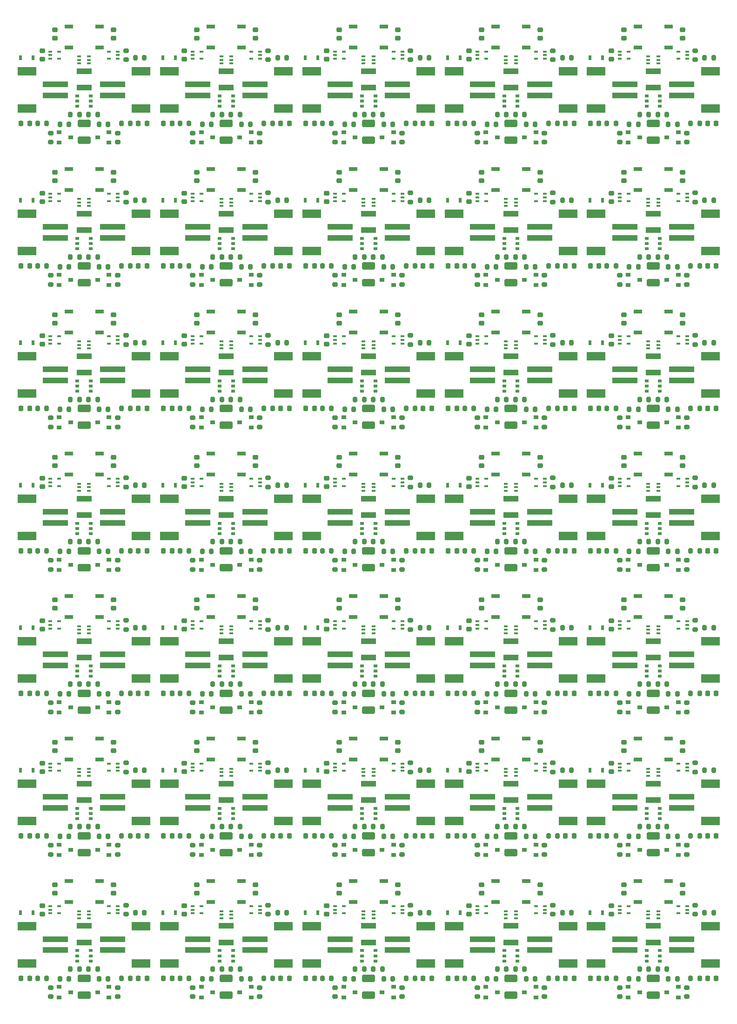
<source format=gtp>
%TF.GenerationSoftware,KiCad,Pcbnew,8.0.7*%
%TF.CreationDate,2025-01-03T07:35:05+00:00*%
%TF.ProjectId,Soft_Power_Switch_panelized,536f6674-5f50-46f7-9765-725f53776974,v10*%
%TF.SameCoordinates,Original*%
%TF.FileFunction,Paste,Top*%
%TF.FilePolarity,Positive*%
%FSLAX46Y46*%
G04 Gerber Fmt 4.6, Leading zero omitted, Abs format (unit mm)*
G04 Created by KiCad (PCBNEW 8.0.7) date 2025-01-03 07:35:05*
%MOMM*%
%LPD*%
G01*
G04 APERTURE LIST*
G04 Aperture macros list*
%AMRoundRect*
0 Rectangle with rounded corners*
0 $1 Rounding radius*
0 $2 $3 $4 $5 $6 $7 $8 $9 X,Y pos of 4 corners*
0 Add a 4 corners polygon primitive as box body*
4,1,4,$2,$3,$4,$5,$6,$7,$8,$9,$2,$3,0*
0 Add four circle primitives for the rounded corners*
1,1,$1+$1,$2,$3*
1,1,$1+$1,$4,$5*
1,1,$1+$1,$6,$7*
1,1,$1+$1,$8,$9*
0 Add four rect primitives between the rounded corners*
20,1,$1+$1,$2,$3,$4,$5,0*
20,1,$1+$1,$4,$5,$6,$7,0*
20,1,$1+$1,$6,$7,$8,$9,0*
20,1,$1+$1,$8,$9,$2,$3,0*%
G04 Aperture macros list end*
%ADD10R,0.800000X0.550000*%
%ADD11R,0.700000X0.300000*%
%ADD12RoundRect,0.200000X-0.275000X0.200000X-0.275000X-0.200000X0.275000X-0.200000X0.275000X0.200000X0*%
%ADD13RoundRect,0.200000X-0.200000X-0.275000X0.200000X-0.275000X0.200000X0.275000X-0.200000X0.275000X0*%
%ADD14RoundRect,0.200000X0.275000X-0.200000X0.275000X0.200000X-0.275000X0.200000X-0.275000X-0.200000X0*%
%ADD15RoundRect,0.218750X0.218750X0.256250X-0.218750X0.256250X-0.218750X-0.256250X0.218750X-0.256250X0*%
%ADD16R,0.900000X0.800000*%
%ADD17R,4.600000X1.000000*%
%ADD18R,3.400000X1.600000*%
%ADD19RoundRect,0.200000X0.200000X0.275000X-0.200000X0.275000X-0.200000X-0.275000X0.200000X-0.275000X0*%
%ADD20RoundRect,0.225000X0.250000X-0.225000X0.250000X0.225000X-0.250000X0.225000X-0.250000X-0.225000X0*%
%ADD21R,0.660000X0.300000*%
%ADD22R,0.630000X0.830000*%
%ADD23RoundRect,0.218750X-0.218750X-0.256250X0.218750X-0.256250X0.218750X0.256250X-0.218750X0.256250X0*%
%ADD24R,1.524000X0.762000*%
%ADD25RoundRect,0.250000X-0.925000X0.412500X-0.925000X-0.412500X0.925000X-0.412500X0.925000X0.412500X0*%
%ADD26R,2.800000X1.000000*%
G04 APERTURE END LIST*
D10*
%TO.C,Q3*%
X11500000Y11618000D03*
X11500000Y10668000D03*
X11500000Y9718000D03*
X13900000Y9718000D03*
X13900000Y10668000D03*
X13900000Y11618000D03*
%TD*%
%TO.C,Q3*%
X89200000Y115218000D03*
X89200000Y114268000D03*
X89200000Y113318000D03*
X91600000Y113318000D03*
X91600000Y114268000D03*
X91600000Y115218000D03*
%TD*%
%TO.C,Q3*%
X89200000Y63418000D03*
X89200000Y62468000D03*
X89200000Y61518000D03*
X91600000Y61518000D03*
X91600000Y62468000D03*
X91600000Y63418000D03*
%TD*%
%TO.C,Q3*%
X63300000Y167018000D03*
X63300000Y166068000D03*
X63300000Y165118000D03*
X65700000Y165118000D03*
X65700000Y166068000D03*
X65700000Y167018000D03*
%TD*%
%TO.C,Q3*%
X89200000Y11618000D03*
X89200000Y10668000D03*
X89200000Y9718000D03*
X91600000Y9718000D03*
X91600000Y10668000D03*
X91600000Y11618000D03*
%TD*%
%TO.C,Q3*%
X63300000Y115218000D03*
X63300000Y114268000D03*
X63300000Y113318000D03*
X65700000Y113318000D03*
X65700000Y114268000D03*
X65700000Y115218000D03*
%TD*%
%TO.C,Q3*%
X63300000Y141118000D03*
X63300000Y140168000D03*
X63300000Y139218000D03*
X65700000Y139218000D03*
X65700000Y140168000D03*
X65700000Y141118000D03*
%TD*%
%TO.C,Q3*%
X89200000Y37518000D03*
X89200000Y36568000D03*
X89200000Y35618000D03*
X91600000Y35618000D03*
X91600000Y36568000D03*
X91600000Y37518000D03*
%TD*%
%TO.C,Q3*%
X89200000Y89318000D03*
X89200000Y88368000D03*
X89200000Y87418000D03*
X91600000Y87418000D03*
X91600000Y88368000D03*
X91600000Y89318000D03*
%TD*%
%TO.C,Q3*%
X89200000Y141118000D03*
X89200000Y140168000D03*
X89200000Y139218000D03*
X91600000Y139218000D03*
X91600000Y140168000D03*
X91600000Y141118000D03*
%TD*%
%TO.C,Q3*%
X89200000Y167018000D03*
X89200000Y166068000D03*
X89200000Y165118000D03*
X91600000Y165118000D03*
X91600000Y166068000D03*
X91600000Y167018000D03*
%TD*%
%TO.C,Q3*%
X115100000Y11618000D03*
X115100000Y10668000D03*
X115100000Y9718000D03*
X117500000Y9718000D03*
X117500000Y10668000D03*
X117500000Y11618000D03*
%TD*%
%TO.C,Q3*%
X115100000Y37518000D03*
X115100000Y36568000D03*
X115100000Y35618000D03*
X117500000Y35618000D03*
X117500000Y36568000D03*
X117500000Y37518000D03*
%TD*%
%TO.C,Q3*%
X115100000Y63418000D03*
X115100000Y62468000D03*
X115100000Y61518000D03*
X117500000Y61518000D03*
X117500000Y62468000D03*
X117500000Y63418000D03*
%TD*%
%TO.C,Q3*%
X115100000Y89318000D03*
X115100000Y88368000D03*
X115100000Y87418000D03*
X117500000Y87418000D03*
X117500000Y88368000D03*
X117500000Y89318000D03*
%TD*%
%TO.C,Q3*%
X115100000Y115218000D03*
X115100000Y114268000D03*
X115100000Y113318000D03*
X117500000Y113318000D03*
X117500000Y114268000D03*
X117500000Y115218000D03*
%TD*%
%TO.C,Q3*%
X115100000Y141118000D03*
X115100000Y140168000D03*
X115100000Y139218000D03*
X117500000Y139218000D03*
X117500000Y140168000D03*
X117500000Y141118000D03*
%TD*%
%TO.C,Q3*%
X115100000Y167018000D03*
X115100000Y166068000D03*
X115100000Y165118000D03*
X117500000Y165118000D03*
X117500000Y166068000D03*
X117500000Y167018000D03*
%TD*%
%TO.C,Q3*%
X11500000Y167018000D03*
X11500000Y166068000D03*
X11500000Y165118000D03*
X13900000Y165118000D03*
X13900000Y166068000D03*
X13900000Y167018000D03*
%TD*%
%TO.C,Q3*%
X37400000Y11618000D03*
X37400000Y10668000D03*
X37400000Y9718000D03*
X39800000Y9718000D03*
X39800000Y10668000D03*
X39800000Y11618000D03*
%TD*%
%TO.C,Q3*%
X11500000Y89318000D03*
X11500000Y88368000D03*
X11500000Y87418000D03*
X13900000Y87418000D03*
X13900000Y88368000D03*
X13900000Y89318000D03*
%TD*%
%TO.C,Q3*%
X37400000Y115218000D03*
X37400000Y114268000D03*
X37400000Y113318000D03*
X39800000Y113318000D03*
X39800000Y114268000D03*
X39800000Y115218000D03*
%TD*%
%TO.C,Q3*%
X11500000Y63418000D03*
X11500000Y62468000D03*
X11500000Y61518000D03*
X13900000Y61518000D03*
X13900000Y62468000D03*
X13900000Y63418000D03*
%TD*%
%TO.C,Q3*%
X11500000Y37518000D03*
X11500000Y36568000D03*
X11500000Y35618000D03*
X13900000Y35618000D03*
X13900000Y36568000D03*
X13900000Y37518000D03*
%TD*%
%TO.C,Q3*%
X11500000Y115218000D03*
X11500000Y114268000D03*
X11500000Y113318000D03*
X13900000Y113318000D03*
X13900000Y114268000D03*
X13900000Y115218000D03*
%TD*%
%TO.C,Q3*%
X11500000Y141118000D03*
X11500000Y140168000D03*
X11500000Y139218000D03*
X13900000Y139218000D03*
X13900000Y140168000D03*
X13900000Y141118000D03*
%TD*%
%TO.C,Q3*%
X37400000Y37518000D03*
X37400000Y36568000D03*
X37400000Y35618000D03*
X39800000Y35618000D03*
X39800000Y36568000D03*
X39800000Y37518000D03*
%TD*%
%TO.C,Q3*%
X37400000Y63418000D03*
X37400000Y62468000D03*
X37400000Y61518000D03*
X39800000Y61518000D03*
X39800000Y62468000D03*
X39800000Y63418000D03*
%TD*%
%TO.C,Q3*%
X37400000Y89318000D03*
X37400000Y88368000D03*
X37400000Y87418000D03*
X39800000Y87418000D03*
X39800000Y88368000D03*
X39800000Y89318000D03*
%TD*%
%TO.C,Q3*%
X37400000Y167018000D03*
X37400000Y166068000D03*
X37400000Y165118000D03*
X39800000Y165118000D03*
X39800000Y166068000D03*
X39800000Y167018000D03*
%TD*%
%TO.C,Q3*%
X63300000Y11618000D03*
X63300000Y10668000D03*
X63300000Y9718000D03*
X65700000Y9718000D03*
X65700000Y10668000D03*
X65700000Y11618000D03*
%TD*%
%TO.C,Q3*%
X63300000Y37518000D03*
X63300000Y36568000D03*
X63300000Y35618000D03*
X65700000Y35618000D03*
X65700000Y36568000D03*
X65700000Y37518000D03*
%TD*%
%TO.C,Q3*%
X63300000Y89318000D03*
X63300000Y88368000D03*
X63300000Y87418000D03*
X65700000Y87418000D03*
X65700000Y88368000D03*
X65700000Y89318000D03*
%TD*%
%TO.C,Q3*%
X37400000Y141118000D03*
X37400000Y140168000D03*
X37400000Y139218000D03*
X39800000Y139218000D03*
X39800000Y140168000D03*
X39800000Y141118000D03*
%TD*%
%TO.C,Q3*%
X63300000Y63418000D03*
X63300000Y62468000D03*
X63300000Y61518000D03*
X65700000Y61518000D03*
X65700000Y62468000D03*
X65700000Y63418000D03*
%TD*%
D11*
%TO.C,U2*%
X6566000Y19700000D03*
X6566000Y19050000D03*
X6566000Y18400000D03*
X8166000Y18400000D03*
X8166000Y19700000D03*
%TD*%
%TO.C,U2*%
X6566000Y97400000D03*
X6566000Y96750000D03*
X6566000Y96100000D03*
X8166000Y96100000D03*
X8166000Y97400000D03*
%TD*%
%TO.C,U2*%
X6566000Y149200000D03*
X6566000Y148550000D03*
X6566000Y147900000D03*
X8166000Y147900000D03*
X8166000Y149200000D03*
%TD*%
%TO.C,U2*%
X6566000Y45600000D03*
X6566000Y44950000D03*
X6566000Y44300000D03*
X8166000Y44300000D03*
X8166000Y45600000D03*
%TD*%
%TO.C,U2*%
X6566000Y71500000D03*
X6566000Y70850000D03*
X6566000Y70200000D03*
X8166000Y70200000D03*
X8166000Y71500000D03*
%TD*%
%TO.C,U2*%
X32466000Y71500000D03*
X32466000Y70850000D03*
X32466000Y70200000D03*
X34066000Y70200000D03*
X34066000Y71500000D03*
%TD*%
%TO.C,U2*%
X32466000Y123300000D03*
X32466000Y122650000D03*
X32466000Y122000000D03*
X34066000Y122000000D03*
X34066000Y123300000D03*
%TD*%
%TO.C,U2*%
X58366000Y19700000D03*
X58366000Y19050000D03*
X58366000Y18400000D03*
X59966000Y18400000D03*
X59966000Y19700000D03*
%TD*%
%TO.C,U2*%
X32466000Y149200000D03*
X32466000Y148550000D03*
X32466000Y147900000D03*
X34066000Y147900000D03*
X34066000Y149200000D03*
%TD*%
%TO.C,U2*%
X6566000Y123300000D03*
X6566000Y122650000D03*
X6566000Y122000000D03*
X8166000Y122000000D03*
X8166000Y123300000D03*
%TD*%
%TO.C,U2*%
X6566000Y175100000D03*
X6566000Y174450000D03*
X6566000Y173800000D03*
X8166000Y173800000D03*
X8166000Y175100000D03*
%TD*%
%TO.C,U2*%
X32466000Y19700000D03*
X32466000Y19050000D03*
X32466000Y18400000D03*
X34066000Y18400000D03*
X34066000Y19700000D03*
%TD*%
%TO.C,U2*%
X32466000Y45600000D03*
X32466000Y44950000D03*
X32466000Y44300000D03*
X34066000Y44300000D03*
X34066000Y45600000D03*
%TD*%
%TO.C,U2*%
X32466000Y97400000D03*
X32466000Y96750000D03*
X32466000Y96100000D03*
X34066000Y96100000D03*
X34066000Y97400000D03*
%TD*%
%TO.C,U2*%
X32466000Y175100000D03*
X32466000Y174450000D03*
X32466000Y173800000D03*
X34066000Y173800000D03*
X34066000Y175100000D03*
%TD*%
%TO.C,U2*%
X84266000Y45600000D03*
X84266000Y44950000D03*
X84266000Y44300000D03*
X85866000Y44300000D03*
X85866000Y45600000D03*
%TD*%
%TO.C,U2*%
X84266000Y19700000D03*
X84266000Y19050000D03*
X84266000Y18400000D03*
X85866000Y18400000D03*
X85866000Y19700000D03*
%TD*%
%TO.C,U2*%
X84266000Y97400000D03*
X84266000Y96750000D03*
X84266000Y96100000D03*
X85866000Y96100000D03*
X85866000Y97400000D03*
%TD*%
%TO.C,U2*%
X58366000Y45600000D03*
X58366000Y44950000D03*
X58366000Y44300000D03*
X59966000Y44300000D03*
X59966000Y45600000D03*
%TD*%
%TO.C,U2*%
X58366000Y97400000D03*
X58366000Y96750000D03*
X58366000Y96100000D03*
X59966000Y96100000D03*
X59966000Y97400000D03*
%TD*%
%TO.C,U2*%
X58366000Y123300000D03*
X58366000Y122650000D03*
X58366000Y122000000D03*
X59966000Y122000000D03*
X59966000Y123300000D03*
%TD*%
%TO.C,U2*%
X58366000Y71500000D03*
X58366000Y70850000D03*
X58366000Y70200000D03*
X59966000Y70200000D03*
X59966000Y71500000D03*
%TD*%
%TO.C,U2*%
X58366000Y149200000D03*
X58366000Y148550000D03*
X58366000Y147900000D03*
X59966000Y147900000D03*
X59966000Y149200000D03*
%TD*%
%TO.C,U2*%
X58366000Y175100000D03*
X58366000Y174450000D03*
X58366000Y173800000D03*
X59966000Y173800000D03*
X59966000Y175100000D03*
%TD*%
%TO.C,U2*%
X84266000Y71500000D03*
X84266000Y70850000D03*
X84266000Y70200000D03*
X85866000Y70200000D03*
X85866000Y71500000D03*
%TD*%
%TO.C,U2*%
X110166000Y149200000D03*
X110166000Y148550000D03*
X110166000Y147900000D03*
X111766000Y147900000D03*
X111766000Y149200000D03*
%TD*%
%TO.C,U2*%
X110166000Y45600000D03*
X110166000Y44950000D03*
X110166000Y44300000D03*
X111766000Y44300000D03*
X111766000Y45600000D03*
%TD*%
%TO.C,U2*%
X110166000Y71500000D03*
X110166000Y70850000D03*
X110166000Y70200000D03*
X111766000Y70200000D03*
X111766000Y71500000D03*
%TD*%
%TO.C,U2*%
X84266000Y175100000D03*
X84266000Y174450000D03*
X84266000Y173800000D03*
X85866000Y173800000D03*
X85866000Y175100000D03*
%TD*%
%TO.C,U2*%
X110166000Y97400000D03*
X110166000Y96750000D03*
X110166000Y96100000D03*
X111766000Y96100000D03*
X111766000Y97400000D03*
%TD*%
%TO.C,U2*%
X110166000Y123300000D03*
X110166000Y122650000D03*
X110166000Y122000000D03*
X111766000Y122000000D03*
X111766000Y123300000D03*
%TD*%
%TO.C,U2*%
X84266000Y149200000D03*
X84266000Y148550000D03*
X84266000Y147900000D03*
X85866000Y147900000D03*
X85866000Y149200000D03*
%TD*%
%TO.C,U2*%
X84266000Y123300000D03*
X84266000Y122650000D03*
X84266000Y122000000D03*
X85866000Y122000000D03*
X85866000Y123300000D03*
%TD*%
%TO.C,U2*%
X110166000Y19700000D03*
X110166000Y19050000D03*
X110166000Y18400000D03*
X111766000Y18400000D03*
X111766000Y19700000D03*
%TD*%
%TO.C,U2*%
X110166000Y175100000D03*
X110166000Y174450000D03*
X110166000Y173800000D03*
X111766000Y173800000D03*
X111766000Y175100000D03*
%TD*%
D12*
%TO.C,R8*%
X18796000Y4889000D03*
X18796000Y3239000D03*
%TD*%
%TO.C,R8*%
X122396000Y134389000D03*
X122396000Y132739000D03*
%TD*%
%TO.C,R8*%
X96496000Y108489000D03*
X96496000Y106839000D03*
%TD*%
%TO.C,R8*%
X122396000Y30789000D03*
X122396000Y29139000D03*
%TD*%
%TO.C,R8*%
X122396000Y82589000D03*
X122396000Y80939000D03*
%TD*%
%TO.C,R8*%
X122396000Y4889000D03*
X122396000Y3239000D03*
%TD*%
%TO.C,R8*%
X96496000Y134389000D03*
X96496000Y132739000D03*
%TD*%
%TO.C,R8*%
X122396000Y56689000D03*
X122396000Y55039000D03*
%TD*%
%TO.C,R8*%
X96496000Y160289000D03*
X96496000Y158639000D03*
%TD*%
%TO.C,R8*%
X122396000Y108489000D03*
X122396000Y106839000D03*
%TD*%
%TO.C,R8*%
X122396000Y160289000D03*
X122396000Y158639000D03*
%TD*%
%TO.C,R8*%
X18796000Y108489000D03*
X18796000Y106839000D03*
%TD*%
%TO.C,R8*%
X44696000Y30789000D03*
X44696000Y29139000D03*
%TD*%
%TO.C,R8*%
X18796000Y134389000D03*
X18796000Y132739000D03*
%TD*%
%TO.C,R8*%
X44696000Y108489000D03*
X44696000Y106839000D03*
%TD*%
%TO.C,R8*%
X18796000Y30789000D03*
X18796000Y29139000D03*
%TD*%
%TO.C,R8*%
X18796000Y56689000D03*
X18796000Y55039000D03*
%TD*%
%TO.C,R8*%
X18796000Y82589000D03*
X18796000Y80939000D03*
%TD*%
%TO.C,R8*%
X18796000Y160289000D03*
X18796000Y158639000D03*
%TD*%
%TO.C,R8*%
X44696000Y4889000D03*
X44696000Y3239000D03*
%TD*%
%TO.C,R8*%
X44696000Y56689000D03*
X44696000Y55039000D03*
%TD*%
%TO.C,R8*%
X44696000Y82589000D03*
X44696000Y80939000D03*
%TD*%
%TO.C,R8*%
X70596000Y82589000D03*
X70596000Y80939000D03*
%TD*%
%TO.C,R8*%
X70596000Y134389000D03*
X70596000Y132739000D03*
%TD*%
%TO.C,R8*%
X96496000Y30789000D03*
X96496000Y29139000D03*
%TD*%
%TO.C,R8*%
X44696000Y160289000D03*
X44696000Y158639000D03*
%TD*%
%TO.C,R8*%
X70596000Y4889000D03*
X70596000Y3239000D03*
%TD*%
%TO.C,R8*%
X70596000Y56689000D03*
X70596000Y55039000D03*
%TD*%
%TO.C,R8*%
X44696000Y134389000D03*
X44696000Y132739000D03*
%TD*%
%TO.C,R8*%
X70596000Y30789000D03*
X70596000Y29139000D03*
%TD*%
%TO.C,R8*%
X70596000Y108489000D03*
X70596000Y106839000D03*
%TD*%
%TO.C,R8*%
X70596000Y160289000D03*
X70596000Y158639000D03*
%TD*%
%TO.C,R8*%
X96496000Y4889000D03*
X96496000Y3239000D03*
%TD*%
%TO.C,R8*%
X96496000Y56689000D03*
X96496000Y55039000D03*
%TD*%
%TO.C,R8*%
X96496000Y82589000D03*
X96496000Y80939000D03*
%TD*%
D13*
%TO.C,R4*%
X19495000Y6604000D03*
X21145000Y6604000D03*
%TD*%
%TO.C,R4*%
X123095000Y32504000D03*
X124745000Y32504000D03*
%TD*%
%TO.C,R4*%
X123095000Y110204000D03*
X124745000Y110204000D03*
%TD*%
%TO.C,R4*%
X123095000Y162004000D03*
X124745000Y162004000D03*
%TD*%
%TO.C,R4*%
X123095000Y84304000D03*
X124745000Y84304000D03*
%TD*%
%TO.C,R4*%
X123095000Y6604000D03*
X124745000Y6604000D03*
%TD*%
%TO.C,R4*%
X123095000Y58404000D03*
X124745000Y58404000D03*
%TD*%
%TO.C,R4*%
X97195000Y162004000D03*
X98845000Y162004000D03*
%TD*%
%TO.C,R4*%
X123095000Y136104000D03*
X124745000Y136104000D03*
%TD*%
%TO.C,R4*%
X19495000Y58404000D03*
X21145000Y58404000D03*
%TD*%
%TO.C,R4*%
X19495000Y136104000D03*
X21145000Y136104000D03*
%TD*%
%TO.C,R4*%
X19495000Y110204000D03*
X21145000Y110204000D03*
%TD*%
%TO.C,R4*%
X19495000Y32504000D03*
X21145000Y32504000D03*
%TD*%
%TO.C,R4*%
X19495000Y84304000D03*
X21145000Y84304000D03*
%TD*%
%TO.C,R4*%
X71295000Y6604000D03*
X72945000Y6604000D03*
%TD*%
%TO.C,R4*%
X45395000Y6604000D03*
X47045000Y6604000D03*
%TD*%
%TO.C,R4*%
X19495000Y162004000D03*
X21145000Y162004000D03*
%TD*%
%TO.C,R4*%
X45395000Y58404000D03*
X47045000Y58404000D03*
%TD*%
%TO.C,R4*%
X45395000Y110204000D03*
X47045000Y110204000D03*
%TD*%
%TO.C,R4*%
X45395000Y84304000D03*
X47045000Y84304000D03*
%TD*%
%TO.C,R4*%
X45395000Y162004000D03*
X47045000Y162004000D03*
%TD*%
%TO.C,R4*%
X45395000Y32504000D03*
X47045000Y32504000D03*
%TD*%
%TO.C,R4*%
X45395000Y136104000D03*
X47045000Y136104000D03*
%TD*%
%TO.C,R4*%
X71295000Y136104000D03*
X72945000Y136104000D03*
%TD*%
%TO.C,R4*%
X71295000Y58404000D03*
X72945000Y58404000D03*
%TD*%
%TO.C,R4*%
X71295000Y84304000D03*
X72945000Y84304000D03*
%TD*%
%TO.C,R4*%
X97195000Y84304000D03*
X98845000Y84304000D03*
%TD*%
%TO.C,R4*%
X97195000Y110204000D03*
X98845000Y110204000D03*
%TD*%
%TO.C,R4*%
X97195000Y136104000D03*
X98845000Y136104000D03*
%TD*%
%TO.C,R4*%
X71295000Y110204000D03*
X72945000Y110204000D03*
%TD*%
%TO.C,R4*%
X71295000Y32504000D03*
X72945000Y32504000D03*
%TD*%
%TO.C,R4*%
X71295000Y162004000D03*
X72945000Y162004000D03*
%TD*%
%TO.C,R4*%
X97195000Y32504000D03*
X98845000Y32504000D03*
%TD*%
%TO.C,R4*%
X97195000Y6604000D03*
X98845000Y6604000D03*
%TD*%
%TO.C,R4*%
X97195000Y58404000D03*
X98845000Y58404000D03*
%TD*%
D14*
%TO.C,R1*%
X20320000Y18225000D03*
X20320000Y19875000D03*
%TD*%
%TO.C,R1*%
X20320000Y95925000D03*
X20320000Y97575000D03*
%TD*%
%TO.C,R1*%
X20320000Y147725000D03*
X20320000Y149375000D03*
%TD*%
%TO.C,R1*%
X20320000Y70025000D03*
X20320000Y71675000D03*
%TD*%
%TO.C,R1*%
X20320000Y44125000D03*
X20320000Y45775000D03*
%TD*%
%TO.C,R1*%
X20320000Y121825000D03*
X20320000Y123475000D03*
%TD*%
%TO.C,R1*%
X46220000Y173625000D03*
X46220000Y175275000D03*
%TD*%
%TO.C,R1*%
X72120000Y44125000D03*
X72120000Y45775000D03*
%TD*%
%TO.C,R1*%
X46220000Y147725000D03*
X46220000Y149375000D03*
%TD*%
%TO.C,R1*%
X46220000Y18225000D03*
X46220000Y19875000D03*
%TD*%
%TO.C,R1*%
X46220000Y44125000D03*
X46220000Y45775000D03*
%TD*%
%TO.C,R1*%
X46220000Y70025000D03*
X46220000Y71675000D03*
%TD*%
%TO.C,R1*%
X46220000Y95925000D03*
X46220000Y97575000D03*
%TD*%
%TO.C,R1*%
X20320000Y173625000D03*
X20320000Y175275000D03*
%TD*%
%TO.C,R1*%
X46220000Y121825000D03*
X46220000Y123475000D03*
%TD*%
%TO.C,R1*%
X72120000Y18225000D03*
X72120000Y19875000D03*
%TD*%
%TO.C,R1*%
X72120000Y147725000D03*
X72120000Y149375000D03*
%TD*%
%TO.C,R1*%
X98020000Y121825000D03*
X98020000Y123475000D03*
%TD*%
%TO.C,R1*%
X98020000Y18225000D03*
X98020000Y19875000D03*
%TD*%
%TO.C,R1*%
X72120000Y95925000D03*
X72120000Y97575000D03*
%TD*%
%TO.C,R1*%
X72120000Y173625000D03*
X72120000Y175275000D03*
%TD*%
%TO.C,R1*%
X98020000Y70025000D03*
X98020000Y71675000D03*
%TD*%
%TO.C,R1*%
X72120000Y70025000D03*
X72120000Y71675000D03*
%TD*%
%TO.C,R1*%
X72120000Y121825000D03*
X72120000Y123475000D03*
%TD*%
%TO.C,R1*%
X98020000Y44125000D03*
X98020000Y45775000D03*
%TD*%
%TO.C,R1*%
X98020000Y95925000D03*
X98020000Y97575000D03*
%TD*%
%TO.C,R1*%
X123920000Y173625000D03*
X123920000Y175275000D03*
%TD*%
%TO.C,R1*%
X123920000Y121825000D03*
X123920000Y123475000D03*
%TD*%
%TO.C,R1*%
X98020000Y147725000D03*
X98020000Y149375000D03*
%TD*%
%TO.C,R1*%
X123920000Y18225000D03*
X123920000Y19875000D03*
%TD*%
%TO.C,R1*%
X123920000Y70025000D03*
X123920000Y71675000D03*
%TD*%
%TO.C,R1*%
X98020000Y173625000D03*
X98020000Y175275000D03*
%TD*%
%TO.C,R1*%
X123920000Y44125000D03*
X123920000Y45775000D03*
%TD*%
%TO.C,R1*%
X123920000Y95925000D03*
X123920000Y97575000D03*
%TD*%
%TO.C,R1*%
X123920000Y147725000D03*
X123920000Y149375000D03*
%TD*%
D15*
%TO.C,D3*%
X24155500Y110204000D03*
X22580500Y110204000D03*
%TD*%
%TO.C,D3*%
X50055500Y6604000D03*
X48480500Y6604000D03*
%TD*%
%TO.C,D3*%
X24155500Y136104000D03*
X22580500Y136104000D03*
%TD*%
%TO.C,D3*%
X24155500Y32504000D03*
X22580500Y32504000D03*
%TD*%
%TO.C,D3*%
X24155500Y58404000D03*
X22580500Y58404000D03*
%TD*%
%TO.C,D3*%
X24155500Y84304000D03*
X22580500Y84304000D03*
%TD*%
%TO.C,D3*%
X24155500Y162004000D03*
X22580500Y162004000D03*
%TD*%
%TO.C,D3*%
X75955500Y32504000D03*
X74380500Y32504000D03*
%TD*%
%TO.C,D3*%
X75955500Y58404000D03*
X74380500Y58404000D03*
%TD*%
%TO.C,D3*%
X50055500Y136104000D03*
X48480500Y136104000D03*
%TD*%
%TO.C,D3*%
X50055500Y84304000D03*
X48480500Y84304000D03*
%TD*%
%TO.C,D3*%
X50055500Y110204000D03*
X48480500Y110204000D03*
%TD*%
%TO.C,D3*%
X50055500Y58404000D03*
X48480500Y58404000D03*
%TD*%
%TO.C,D3*%
X50055500Y32504000D03*
X48480500Y32504000D03*
%TD*%
%TO.C,D3*%
X50055500Y162004000D03*
X48480500Y162004000D03*
%TD*%
%TO.C,D3*%
X75955500Y6604000D03*
X74380500Y6604000D03*
%TD*%
%TO.C,D3*%
X101855500Y58404000D03*
X100280500Y58404000D03*
%TD*%
%TO.C,D3*%
X75955500Y84304000D03*
X74380500Y84304000D03*
%TD*%
%TO.C,D3*%
X101855500Y136104000D03*
X100280500Y136104000D03*
%TD*%
%TO.C,D3*%
X127755500Y6604000D03*
X126180500Y6604000D03*
%TD*%
%TO.C,D3*%
X75955500Y110204000D03*
X74380500Y110204000D03*
%TD*%
%TO.C,D3*%
X75955500Y162004000D03*
X74380500Y162004000D03*
%TD*%
%TO.C,D3*%
X101855500Y32504000D03*
X100280500Y32504000D03*
%TD*%
%TO.C,D3*%
X101855500Y6604000D03*
X100280500Y6604000D03*
%TD*%
%TO.C,D3*%
X75955500Y136104000D03*
X74380500Y136104000D03*
%TD*%
%TO.C,D3*%
X101855500Y84304000D03*
X100280500Y84304000D03*
%TD*%
%TO.C,D3*%
X101855500Y110204000D03*
X100280500Y110204000D03*
%TD*%
%TO.C,D3*%
X101855500Y162004000D03*
X100280500Y162004000D03*
%TD*%
%TO.C,D3*%
X127755500Y84304000D03*
X126180500Y84304000D03*
%TD*%
%TO.C,D3*%
X127755500Y58404000D03*
X126180500Y58404000D03*
%TD*%
%TO.C,D3*%
X127755500Y32504000D03*
X126180500Y32504000D03*
%TD*%
%TO.C,D3*%
X127755500Y110204000D03*
X126180500Y110204000D03*
%TD*%
%TO.C,D3*%
X127755500Y136104000D03*
X126180500Y136104000D03*
%TD*%
%TO.C,D3*%
X127755500Y162004000D03*
X126180500Y162004000D03*
%TD*%
%TO.C,D3*%
X24155500Y6604000D03*
X22580500Y6604000D03*
%TD*%
D16*
%TO.C,Q1*%
X8144000Y134514000D03*
X8144000Y132614000D03*
X10244000Y133564000D03*
%TD*%
%TO.C,Q1*%
X8144000Y56814000D03*
X8144000Y54914000D03*
X10244000Y55864000D03*
%TD*%
%TO.C,Q1*%
X34044000Y82714000D03*
X34044000Y80814000D03*
X36144000Y81764000D03*
%TD*%
%TO.C,Q1*%
X34044000Y56814000D03*
X34044000Y54914000D03*
X36144000Y55864000D03*
%TD*%
%TO.C,Q1*%
X8144000Y30914000D03*
X8144000Y29014000D03*
X10244000Y29964000D03*
%TD*%
%TO.C,Q1*%
X34044000Y160414000D03*
X34044000Y158514000D03*
X36144000Y159464000D03*
%TD*%
%TO.C,Q1*%
X34044000Y30914000D03*
X34044000Y29014000D03*
X36144000Y29964000D03*
%TD*%
%TO.C,Q1*%
X8144000Y82714000D03*
X8144000Y80814000D03*
X10244000Y81764000D03*
%TD*%
%TO.C,Q1*%
X8144000Y108614000D03*
X8144000Y106714000D03*
X10244000Y107664000D03*
%TD*%
%TO.C,Q1*%
X8144000Y160414000D03*
X8144000Y158514000D03*
X10244000Y159464000D03*
%TD*%
%TO.C,Q1*%
X34044000Y5014000D03*
X34044000Y3114000D03*
X36144000Y4064000D03*
%TD*%
%TO.C,Q1*%
X34044000Y134514000D03*
X34044000Y132614000D03*
X36144000Y133564000D03*
%TD*%
%TO.C,Q1*%
X59944000Y134514000D03*
X59944000Y132614000D03*
X62044000Y133564000D03*
%TD*%
%TO.C,Q1*%
X34044000Y108614000D03*
X34044000Y106714000D03*
X36144000Y107664000D03*
%TD*%
%TO.C,Q1*%
X59944000Y82714000D03*
X59944000Y80814000D03*
X62044000Y81764000D03*
%TD*%
%TO.C,Q1*%
X59944000Y5014000D03*
X59944000Y3114000D03*
X62044000Y4064000D03*
%TD*%
%TO.C,Q1*%
X59944000Y30914000D03*
X59944000Y29014000D03*
X62044000Y29964000D03*
%TD*%
%TO.C,Q1*%
X59944000Y56814000D03*
X59944000Y54914000D03*
X62044000Y55864000D03*
%TD*%
%TO.C,Q1*%
X85844000Y5014000D03*
X85844000Y3114000D03*
X87944000Y4064000D03*
%TD*%
%TO.C,Q1*%
X111744000Y5014000D03*
X111744000Y3114000D03*
X113844000Y4064000D03*
%TD*%
%TO.C,Q1*%
X59944000Y108614000D03*
X59944000Y106714000D03*
X62044000Y107664000D03*
%TD*%
%TO.C,Q1*%
X85844000Y56814000D03*
X85844000Y54914000D03*
X87944000Y55864000D03*
%TD*%
%TO.C,Q1*%
X85844000Y30914000D03*
X85844000Y29014000D03*
X87944000Y29964000D03*
%TD*%
%TO.C,Q1*%
X85844000Y108614000D03*
X85844000Y106714000D03*
X87944000Y107664000D03*
%TD*%
%TO.C,Q1*%
X85844000Y134514000D03*
X85844000Y132614000D03*
X87944000Y133564000D03*
%TD*%
%TO.C,Q1*%
X59944000Y160414000D03*
X59944000Y158514000D03*
X62044000Y159464000D03*
%TD*%
%TO.C,Q1*%
X85844000Y160414000D03*
X85844000Y158514000D03*
X87944000Y159464000D03*
%TD*%
%TO.C,Q1*%
X85844000Y82714000D03*
X85844000Y80814000D03*
X87944000Y81764000D03*
%TD*%
%TO.C,Q1*%
X111744000Y30914000D03*
X111744000Y29014000D03*
X113844000Y29964000D03*
%TD*%
%TO.C,Q1*%
X111744000Y108614000D03*
X111744000Y106714000D03*
X113844000Y107664000D03*
%TD*%
%TO.C,Q1*%
X111744000Y82714000D03*
X111744000Y80814000D03*
X113844000Y81764000D03*
%TD*%
%TO.C,Q1*%
X111744000Y56814000D03*
X111744000Y54914000D03*
X113844000Y55864000D03*
%TD*%
%TO.C,Q1*%
X111744000Y134514000D03*
X111744000Y132614000D03*
X113844000Y133564000D03*
%TD*%
%TO.C,Q1*%
X111744000Y160414000D03*
X111744000Y158514000D03*
X113844000Y159464000D03*
%TD*%
%TO.C,Q1*%
X8144000Y5014000D03*
X8144000Y3114000D03*
X10244000Y4064000D03*
%TD*%
D12*
%TO.C,R6*%
X32504000Y4889000D03*
X32504000Y3239000D03*
%TD*%
%TO.C,R6*%
X32504000Y108489000D03*
X32504000Y106839000D03*
%TD*%
%TO.C,R6*%
X32504000Y82589000D03*
X32504000Y80939000D03*
%TD*%
%TO.C,R6*%
X58404000Y4889000D03*
X58404000Y3239000D03*
%TD*%
%TO.C,R6*%
X58404000Y56689000D03*
X58404000Y55039000D03*
%TD*%
%TO.C,R6*%
X58404000Y108489000D03*
X58404000Y106839000D03*
%TD*%
%TO.C,R6*%
X6604000Y134389000D03*
X6604000Y132739000D03*
%TD*%
%TO.C,R6*%
X32504000Y30789000D03*
X32504000Y29139000D03*
%TD*%
%TO.C,R6*%
X6604000Y160289000D03*
X6604000Y158639000D03*
%TD*%
%TO.C,R6*%
X32504000Y56689000D03*
X32504000Y55039000D03*
%TD*%
%TO.C,R6*%
X32504000Y134389000D03*
X32504000Y132739000D03*
%TD*%
%TO.C,R6*%
X32504000Y160289000D03*
X32504000Y158639000D03*
%TD*%
%TO.C,R6*%
X58404000Y30789000D03*
X58404000Y29139000D03*
%TD*%
%TO.C,R6*%
X58404000Y82589000D03*
X58404000Y80939000D03*
%TD*%
%TO.C,R6*%
X84304000Y160289000D03*
X84304000Y158639000D03*
%TD*%
%TO.C,R6*%
X58404000Y134389000D03*
X58404000Y132739000D03*
%TD*%
%TO.C,R6*%
X84304000Y4889000D03*
X84304000Y3239000D03*
%TD*%
%TO.C,R6*%
X84304000Y82589000D03*
X84304000Y80939000D03*
%TD*%
%TO.C,R6*%
X84304000Y30789000D03*
X84304000Y29139000D03*
%TD*%
%TO.C,R6*%
X84304000Y56689000D03*
X84304000Y55039000D03*
%TD*%
%TO.C,R6*%
X58404000Y160289000D03*
X58404000Y158639000D03*
%TD*%
%TO.C,R6*%
X84304000Y108489000D03*
X84304000Y106839000D03*
%TD*%
%TO.C,R6*%
X84304000Y134389000D03*
X84304000Y132739000D03*
%TD*%
%TO.C,R6*%
X110204000Y134389000D03*
X110204000Y132739000D03*
%TD*%
%TO.C,R6*%
X110204000Y108489000D03*
X110204000Y106839000D03*
%TD*%
%TO.C,R6*%
X110204000Y82589000D03*
X110204000Y80939000D03*
%TD*%
%TO.C,R6*%
X110204000Y160289000D03*
X110204000Y158639000D03*
%TD*%
%TO.C,R6*%
X110204000Y56689000D03*
X110204000Y55039000D03*
%TD*%
%TO.C,R6*%
X110204000Y4889000D03*
X110204000Y3239000D03*
%TD*%
%TO.C,R6*%
X110204000Y30789000D03*
X110204000Y29139000D03*
%TD*%
%TO.C,R6*%
X6604000Y56689000D03*
X6604000Y55039000D03*
%TD*%
%TO.C,R6*%
X6604000Y82589000D03*
X6604000Y80939000D03*
%TD*%
%TO.C,R6*%
X6604000Y108489000D03*
X6604000Y106839000D03*
%TD*%
%TO.C,R6*%
X6604000Y30789000D03*
X6604000Y29139000D03*
%TD*%
%TO.C,R6*%
X6604000Y4889000D03*
X6604000Y3239000D03*
%TD*%
D17*
%TO.C,J2*%
X17890000Y91400000D03*
X17890000Y89400000D03*
D18*
X23090000Y93800000D03*
X23090000Y87000000D03*
%TD*%
D17*
%TO.C,J2*%
X17890000Y39600000D03*
X17890000Y37600000D03*
D18*
X23090000Y42000000D03*
X23090000Y35200000D03*
%TD*%
D17*
%TO.C,J2*%
X17890000Y65500000D03*
X17890000Y63500000D03*
D18*
X23090000Y67900000D03*
X23090000Y61100000D03*
%TD*%
D17*
%TO.C,J2*%
X43790000Y13700000D03*
X43790000Y11700000D03*
D18*
X48990000Y16100000D03*
X48990000Y9300000D03*
%TD*%
D17*
%TO.C,J2*%
X43790000Y91400000D03*
X43790000Y89400000D03*
D18*
X48990000Y93800000D03*
X48990000Y87000000D03*
%TD*%
D17*
%TO.C,J2*%
X69690000Y13700000D03*
X69690000Y11700000D03*
D18*
X74890000Y16100000D03*
X74890000Y9300000D03*
%TD*%
D17*
%TO.C,J2*%
X17890000Y143200000D03*
X17890000Y141200000D03*
D18*
X23090000Y145600000D03*
X23090000Y138800000D03*
%TD*%
D17*
%TO.C,J2*%
X43790000Y65500000D03*
X43790000Y63500000D03*
D18*
X48990000Y67900000D03*
X48990000Y61100000D03*
%TD*%
D17*
%TO.C,J2*%
X43790000Y117300000D03*
X43790000Y115300000D03*
D18*
X48990000Y119700000D03*
X48990000Y112900000D03*
%TD*%
D17*
%TO.C,J2*%
X43790000Y143200000D03*
X43790000Y141200000D03*
D18*
X48990000Y145600000D03*
X48990000Y138800000D03*
%TD*%
D17*
%TO.C,J2*%
X17890000Y117300000D03*
X17890000Y115300000D03*
D18*
X23090000Y119700000D03*
X23090000Y112900000D03*
%TD*%
D17*
%TO.C,J2*%
X17890000Y169100000D03*
X17890000Y167100000D03*
D18*
X23090000Y171500000D03*
X23090000Y164700000D03*
%TD*%
D17*
%TO.C,J2*%
X43790000Y39600000D03*
X43790000Y37600000D03*
D18*
X48990000Y42000000D03*
X48990000Y35200000D03*
%TD*%
D17*
%TO.C,J2*%
X43790000Y169100000D03*
X43790000Y167100000D03*
D18*
X48990000Y171500000D03*
X48990000Y164700000D03*
%TD*%
D17*
%TO.C,J2*%
X95590000Y39600000D03*
X95590000Y37600000D03*
D18*
X100790000Y42000000D03*
X100790000Y35200000D03*
%TD*%
D17*
%TO.C,J2*%
X95590000Y91400000D03*
X95590000Y89400000D03*
D18*
X100790000Y93800000D03*
X100790000Y87000000D03*
%TD*%
D17*
%TO.C,J2*%
X69690000Y169100000D03*
X69690000Y167100000D03*
D18*
X74890000Y171500000D03*
X74890000Y164700000D03*
%TD*%
D17*
%TO.C,J2*%
X95590000Y13700000D03*
X95590000Y11700000D03*
D18*
X100790000Y16100000D03*
X100790000Y9300000D03*
%TD*%
D17*
%TO.C,J2*%
X69690000Y39600000D03*
X69690000Y37600000D03*
D18*
X74890000Y42000000D03*
X74890000Y35200000D03*
%TD*%
D17*
%TO.C,J2*%
X69690000Y65500000D03*
X69690000Y63500000D03*
D18*
X74890000Y67900000D03*
X74890000Y61100000D03*
%TD*%
D17*
%TO.C,J2*%
X69690000Y91400000D03*
X69690000Y89400000D03*
D18*
X74890000Y93800000D03*
X74890000Y87000000D03*
%TD*%
D17*
%TO.C,J2*%
X69690000Y117300000D03*
X69690000Y115300000D03*
D18*
X74890000Y119700000D03*
X74890000Y112900000D03*
%TD*%
D17*
%TO.C,J2*%
X69690000Y143200000D03*
X69690000Y141200000D03*
D18*
X74890000Y145600000D03*
X74890000Y138800000D03*
%TD*%
D17*
%TO.C,J2*%
X95590000Y65500000D03*
X95590000Y63500000D03*
D18*
X100790000Y67900000D03*
X100790000Y61100000D03*
%TD*%
D17*
%TO.C,J2*%
X121490000Y143200000D03*
X121490000Y141200000D03*
D18*
X126690000Y145600000D03*
X126690000Y138800000D03*
%TD*%
D17*
%TO.C,J2*%
X95590000Y143200000D03*
X95590000Y141200000D03*
D18*
X100790000Y145600000D03*
X100790000Y138800000D03*
%TD*%
D17*
%TO.C,J2*%
X121490000Y117300000D03*
X121490000Y115300000D03*
D18*
X126690000Y119700000D03*
X126690000Y112900000D03*
%TD*%
D17*
%TO.C,J2*%
X95590000Y117300000D03*
X95590000Y115300000D03*
D18*
X100790000Y119700000D03*
X100790000Y112900000D03*
%TD*%
D17*
%TO.C,J2*%
X121490000Y91400000D03*
X121490000Y89400000D03*
D18*
X126690000Y93800000D03*
X126690000Y87000000D03*
%TD*%
D17*
%TO.C,J2*%
X121490000Y65500000D03*
X121490000Y63500000D03*
D18*
X126690000Y67900000D03*
X126690000Y61100000D03*
%TD*%
D17*
%TO.C,J2*%
X121490000Y39600000D03*
X121490000Y37600000D03*
D18*
X126690000Y42000000D03*
X126690000Y35200000D03*
%TD*%
D17*
%TO.C,J2*%
X121490000Y13700000D03*
X121490000Y11700000D03*
D18*
X126690000Y16100000D03*
X126690000Y9300000D03*
%TD*%
D17*
%TO.C,J2*%
X95590000Y169100000D03*
X95590000Y167100000D03*
D18*
X100790000Y171500000D03*
X100790000Y164700000D03*
%TD*%
D17*
%TO.C,J2*%
X121490000Y169100000D03*
X121490000Y167100000D03*
D18*
X126690000Y171500000D03*
X126690000Y164700000D03*
%TD*%
D17*
%TO.C,J2*%
X17890000Y13700000D03*
X17890000Y11700000D03*
D18*
X23090000Y16100000D03*
X23090000Y9300000D03*
%TD*%
D19*
%TO.C,R3*%
X5905000Y58404000D03*
X4255000Y58404000D03*
%TD*%
%TO.C,R3*%
X5905000Y136104000D03*
X4255000Y136104000D03*
%TD*%
%TO.C,R3*%
X5905000Y32504000D03*
X4255000Y32504000D03*
%TD*%
%TO.C,R3*%
X5905000Y84304000D03*
X4255000Y84304000D03*
%TD*%
%TO.C,R3*%
X5905000Y110204000D03*
X4255000Y110204000D03*
%TD*%
%TO.C,R3*%
X31805000Y58404000D03*
X30155000Y58404000D03*
%TD*%
%TO.C,R3*%
X57705000Y6604000D03*
X56055000Y6604000D03*
%TD*%
%TO.C,R3*%
X5905000Y162004000D03*
X4255000Y162004000D03*
%TD*%
%TO.C,R3*%
X31805000Y32504000D03*
X30155000Y32504000D03*
%TD*%
%TO.C,R3*%
X31805000Y6604000D03*
X30155000Y6604000D03*
%TD*%
%TO.C,R3*%
X31805000Y84304000D03*
X30155000Y84304000D03*
%TD*%
%TO.C,R3*%
X31805000Y136104000D03*
X30155000Y136104000D03*
%TD*%
%TO.C,R3*%
X31805000Y162004000D03*
X30155000Y162004000D03*
%TD*%
%TO.C,R3*%
X31805000Y110204000D03*
X30155000Y110204000D03*
%TD*%
%TO.C,R3*%
X83605000Y32504000D03*
X81955000Y32504000D03*
%TD*%
%TO.C,R3*%
X57705000Y84304000D03*
X56055000Y84304000D03*
%TD*%
%TO.C,R3*%
X57705000Y110204000D03*
X56055000Y110204000D03*
%TD*%
%TO.C,R3*%
X83605000Y136104000D03*
X81955000Y136104000D03*
%TD*%
%TO.C,R3*%
X57705000Y32504000D03*
X56055000Y32504000D03*
%TD*%
%TO.C,R3*%
X57705000Y136104000D03*
X56055000Y136104000D03*
%TD*%
%TO.C,R3*%
X83605000Y6604000D03*
X81955000Y6604000D03*
%TD*%
%TO.C,R3*%
X57705000Y58404000D03*
X56055000Y58404000D03*
%TD*%
%TO.C,R3*%
X57705000Y162004000D03*
X56055000Y162004000D03*
%TD*%
%TO.C,R3*%
X83605000Y58404000D03*
X81955000Y58404000D03*
%TD*%
%TO.C,R3*%
X83605000Y84304000D03*
X81955000Y84304000D03*
%TD*%
%TO.C,R3*%
X83605000Y110204000D03*
X81955000Y110204000D03*
%TD*%
%TO.C,R3*%
X83605000Y162004000D03*
X81955000Y162004000D03*
%TD*%
%TO.C,R3*%
X109505000Y162004000D03*
X107855000Y162004000D03*
%TD*%
%TO.C,R3*%
X109505000Y58404000D03*
X107855000Y58404000D03*
%TD*%
%TO.C,R3*%
X109505000Y136104000D03*
X107855000Y136104000D03*
%TD*%
%TO.C,R3*%
X109505000Y110204000D03*
X107855000Y110204000D03*
%TD*%
%TO.C,R3*%
X109505000Y6604000D03*
X107855000Y6604000D03*
%TD*%
%TO.C,R3*%
X109505000Y84304000D03*
X107855000Y84304000D03*
%TD*%
%TO.C,R3*%
X109505000Y32504000D03*
X107855000Y32504000D03*
%TD*%
%TO.C,R3*%
X5905000Y6604000D03*
X4255000Y6604000D03*
%TD*%
D20*
%TO.C,C4*%
X18034000Y99785000D03*
X18034000Y101335000D03*
%TD*%
%TO.C,C4*%
X18034000Y125685000D03*
X18034000Y127235000D03*
%TD*%
%TO.C,C4*%
X18034000Y73885000D03*
X18034000Y75435000D03*
%TD*%
%TO.C,C4*%
X18034000Y47985000D03*
X18034000Y49535000D03*
%TD*%
%TO.C,C4*%
X43934000Y73885000D03*
X43934000Y75435000D03*
%TD*%
%TO.C,C4*%
X43934000Y151585000D03*
X43934000Y153135000D03*
%TD*%
%TO.C,C4*%
X18034000Y177485000D03*
X18034000Y179035000D03*
%TD*%
%TO.C,C4*%
X43934000Y47985000D03*
X43934000Y49535000D03*
%TD*%
%TO.C,C4*%
X43934000Y99785000D03*
X43934000Y101335000D03*
%TD*%
%TO.C,C4*%
X43934000Y125685000D03*
X43934000Y127235000D03*
%TD*%
%TO.C,C4*%
X43934000Y22085000D03*
X43934000Y23635000D03*
%TD*%
%TO.C,C4*%
X18034000Y151585000D03*
X18034000Y153135000D03*
%TD*%
%TO.C,C4*%
X69834000Y177485000D03*
X69834000Y179035000D03*
%TD*%
%TO.C,C4*%
X95734000Y47985000D03*
X95734000Y49535000D03*
%TD*%
%TO.C,C4*%
X69834000Y47985000D03*
X69834000Y49535000D03*
%TD*%
%TO.C,C4*%
X69834000Y73885000D03*
X69834000Y75435000D03*
%TD*%
%TO.C,C4*%
X69834000Y99785000D03*
X69834000Y101335000D03*
%TD*%
%TO.C,C4*%
X69834000Y151585000D03*
X69834000Y153135000D03*
%TD*%
%TO.C,C4*%
X43934000Y177485000D03*
X43934000Y179035000D03*
%TD*%
%TO.C,C4*%
X69834000Y22085000D03*
X69834000Y23635000D03*
%TD*%
%TO.C,C4*%
X69834000Y125685000D03*
X69834000Y127235000D03*
%TD*%
%TO.C,C4*%
X95734000Y22085000D03*
X95734000Y23635000D03*
%TD*%
%TO.C,C4*%
X95734000Y151585000D03*
X95734000Y153135000D03*
%TD*%
%TO.C,C4*%
X95734000Y177485000D03*
X95734000Y179035000D03*
%TD*%
%TO.C,C4*%
X121634000Y73885000D03*
X121634000Y75435000D03*
%TD*%
%TO.C,C4*%
X121634000Y99785000D03*
X121634000Y101335000D03*
%TD*%
%TO.C,C4*%
X95734000Y125685000D03*
X95734000Y127235000D03*
%TD*%
%TO.C,C4*%
X121634000Y177485000D03*
X121634000Y179035000D03*
%TD*%
%TO.C,C4*%
X95734000Y99785000D03*
X95734000Y101335000D03*
%TD*%
%TO.C,C4*%
X121634000Y22085000D03*
X121634000Y23635000D03*
%TD*%
%TO.C,C4*%
X95734000Y73885000D03*
X95734000Y75435000D03*
%TD*%
%TO.C,C4*%
X121634000Y47985000D03*
X121634000Y49535000D03*
%TD*%
%TO.C,C4*%
X121634000Y125685000D03*
X121634000Y127235000D03*
%TD*%
%TO.C,C4*%
X121634000Y151585000D03*
X121634000Y153135000D03*
%TD*%
%TO.C,C4*%
X18034000Y22085000D03*
X18034000Y23635000D03*
%TD*%
D13*
%TO.C,R5*%
X8319000Y161877000D03*
X9969000Y161877000D03*
%TD*%
%TO.C,R5*%
X8319000Y32377000D03*
X9969000Y32377000D03*
%TD*%
%TO.C,R5*%
X8319000Y110077000D03*
X9969000Y110077000D03*
%TD*%
%TO.C,R5*%
X34219000Y84177000D03*
X35869000Y84177000D03*
%TD*%
%TO.C,R5*%
X8319000Y84177000D03*
X9969000Y84177000D03*
%TD*%
%TO.C,R5*%
X8319000Y135977000D03*
X9969000Y135977000D03*
%TD*%
%TO.C,R5*%
X60119000Y32377000D03*
X61769000Y32377000D03*
%TD*%
%TO.C,R5*%
X34219000Y6477000D03*
X35869000Y6477000D03*
%TD*%
%TO.C,R5*%
X8319000Y58277000D03*
X9969000Y58277000D03*
%TD*%
%TO.C,R5*%
X34219000Y32377000D03*
X35869000Y32377000D03*
%TD*%
%TO.C,R5*%
X34219000Y58277000D03*
X35869000Y58277000D03*
%TD*%
%TO.C,R5*%
X34219000Y110077000D03*
X35869000Y110077000D03*
%TD*%
%TO.C,R5*%
X34219000Y135977000D03*
X35869000Y135977000D03*
%TD*%
%TO.C,R5*%
X34219000Y161877000D03*
X35869000Y161877000D03*
%TD*%
%TO.C,R5*%
X60119000Y6477000D03*
X61769000Y6477000D03*
%TD*%
%TO.C,R5*%
X60119000Y58277000D03*
X61769000Y58277000D03*
%TD*%
%TO.C,R5*%
X60119000Y110077000D03*
X61769000Y110077000D03*
%TD*%
%TO.C,R5*%
X60119000Y135977000D03*
X61769000Y135977000D03*
%TD*%
%TO.C,R5*%
X60119000Y84177000D03*
X61769000Y84177000D03*
%TD*%
%TO.C,R5*%
X86019000Y32377000D03*
X87669000Y32377000D03*
%TD*%
%TO.C,R5*%
X111919000Y6477000D03*
X113569000Y6477000D03*
%TD*%
%TO.C,R5*%
X86019000Y84177000D03*
X87669000Y84177000D03*
%TD*%
%TO.C,R5*%
X111919000Y84177000D03*
X113569000Y84177000D03*
%TD*%
%TO.C,R5*%
X86019000Y6477000D03*
X87669000Y6477000D03*
%TD*%
%TO.C,R5*%
X86019000Y110077000D03*
X87669000Y110077000D03*
%TD*%
%TO.C,R5*%
X86019000Y161877000D03*
X87669000Y161877000D03*
%TD*%
%TO.C,R5*%
X60119000Y161877000D03*
X61769000Y161877000D03*
%TD*%
%TO.C,R5*%
X86019000Y58277000D03*
X87669000Y58277000D03*
%TD*%
%TO.C,R5*%
X86019000Y135977000D03*
X87669000Y135977000D03*
%TD*%
%TO.C,R5*%
X111919000Y32377000D03*
X113569000Y32377000D03*
%TD*%
%TO.C,R5*%
X111919000Y58277000D03*
X113569000Y58277000D03*
%TD*%
%TO.C,R5*%
X111919000Y161877000D03*
X113569000Y161877000D03*
%TD*%
%TO.C,R5*%
X111919000Y135977000D03*
X113569000Y135977000D03*
%TD*%
%TO.C,R5*%
X111919000Y110077000D03*
X113569000Y110077000D03*
%TD*%
%TO.C,R5*%
X8319000Y6477000D03*
X9969000Y6477000D03*
%TD*%
D20*
%TO.C,C3*%
X7366000Y47985000D03*
X7366000Y49535000D03*
%TD*%
%TO.C,C3*%
X7366000Y177485000D03*
X7366000Y179035000D03*
%TD*%
%TO.C,C3*%
X7366000Y125685000D03*
X7366000Y127235000D03*
%TD*%
%TO.C,C3*%
X7366000Y73885000D03*
X7366000Y75435000D03*
%TD*%
%TO.C,C3*%
X7366000Y99785000D03*
X7366000Y101335000D03*
%TD*%
%TO.C,C3*%
X7366000Y151585000D03*
X7366000Y153135000D03*
%TD*%
%TO.C,C3*%
X33266000Y151585000D03*
X33266000Y153135000D03*
%TD*%
%TO.C,C3*%
X33266000Y177485000D03*
X33266000Y179035000D03*
%TD*%
%TO.C,C3*%
X59166000Y22085000D03*
X59166000Y23635000D03*
%TD*%
%TO.C,C3*%
X33266000Y73885000D03*
X33266000Y75435000D03*
%TD*%
%TO.C,C3*%
X33266000Y22085000D03*
X33266000Y23635000D03*
%TD*%
%TO.C,C3*%
X59166000Y47985000D03*
X59166000Y49535000D03*
%TD*%
%TO.C,C3*%
X33266000Y47985000D03*
X33266000Y49535000D03*
%TD*%
%TO.C,C3*%
X33266000Y125685000D03*
X33266000Y127235000D03*
%TD*%
%TO.C,C3*%
X33266000Y99785000D03*
X33266000Y101335000D03*
%TD*%
%TO.C,C3*%
X85066000Y73885000D03*
X85066000Y75435000D03*
%TD*%
%TO.C,C3*%
X59166000Y125685000D03*
X59166000Y127235000D03*
%TD*%
%TO.C,C3*%
X59166000Y99785000D03*
X59166000Y101335000D03*
%TD*%
%TO.C,C3*%
X59166000Y151585000D03*
X59166000Y153135000D03*
%TD*%
%TO.C,C3*%
X110966000Y22085000D03*
X110966000Y23635000D03*
%TD*%
%TO.C,C3*%
X59166000Y73885000D03*
X59166000Y75435000D03*
%TD*%
%TO.C,C3*%
X85066000Y47985000D03*
X85066000Y49535000D03*
%TD*%
%TO.C,C3*%
X59166000Y177485000D03*
X59166000Y179035000D03*
%TD*%
%TO.C,C3*%
X85066000Y22085000D03*
X85066000Y23635000D03*
%TD*%
%TO.C,C3*%
X85066000Y99785000D03*
X85066000Y101335000D03*
%TD*%
%TO.C,C3*%
X85066000Y125685000D03*
X85066000Y127235000D03*
%TD*%
%TO.C,C3*%
X85066000Y151585000D03*
X85066000Y153135000D03*
%TD*%
%TO.C,C3*%
X85066000Y177485000D03*
X85066000Y179035000D03*
%TD*%
%TO.C,C3*%
X110966000Y99785000D03*
X110966000Y101335000D03*
%TD*%
%TO.C,C3*%
X110966000Y47985000D03*
X110966000Y49535000D03*
%TD*%
%TO.C,C3*%
X110966000Y73885000D03*
X110966000Y75435000D03*
%TD*%
%TO.C,C3*%
X110966000Y125685000D03*
X110966000Y127235000D03*
%TD*%
%TO.C,C3*%
X110966000Y151585000D03*
X110966000Y153135000D03*
%TD*%
%TO.C,C3*%
X110966000Y177485000D03*
X110966000Y179035000D03*
%TD*%
%TO.C,C3*%
X7366000Y22085000D03*
X7366000Y23635000D03*
%TD*%
D21*
%TO.C,U4*%
X11780000Y122411000D03*
X11780000Y121761000D03*
X11780000Y121111000D03*
X13620000Y121111000D03*
X13620000Y121761000D03*
X13620000Y122411000D03*
%TD*%
%TO.C,U4*%
X11780000Y44711000D03*
X11780000Y44061000D03*
X11780000Y43411000D03*
X13620000Y43411000D03*
X13620000Y44061000D03*
X13620000Y44711000D03*
%TD*%
%TO.C,U4*%
X11780000Y70611000D03*
X11780000Y69961000D03*
X11780000Y69311000D03*
X13620000Y69311000D03*
X13620000Y69961000D03*
X13620000Y70611000D03*
%TD*%
%TO.C,U4*%
X11780000Y96511000D03*
X11780000Y95861000D03*
X11780000Y95211000D03*
X13620000Y95211000D03*
X13620000Y95861000D03*
X13620000Y96511000D03*
%TD*%
%TO.C,U4*%
X11780000Y148311000D03*
X11780000Y147661000D03*
X11780000Y147011000D03*
X13620000Y147011000D03*
X13620000Y147661000D03*
X13620000Y148311000D03*
%TD*%
%TO.C,U4*%
X37680000Y122411000D03*
X37680000Y121761000D03*
X37680000Y121111000D03*
X39520000Y121111000D03*
X39520000Y121761000D03*
X39520000Y122411000D03*
%TD*%
%TO.C,U4*%
X37680000Y174211000D03*
X37680000Y173561000D03*
X37680000Y172911000D03*
X39520000Y172911000D03*
X39520000Y173561000D03*
X39520000Y174211000D03*
%TD*%
%TO.C,U4*%
X37680000Y70611000D03*
X37680000Y69961000D03*
X37680000Y69311000D03*
X39520000Y69311000D03*
X39520000Y69961000D03*
X39520000Y70611000D03*
%TD*%
%TO.C,U4*%
X63580000Y96511000D03*
X63580000Y95861000D03*
X63580000Y95211000D03*
X65420000Y95211000D03*
X65420000Y95861000D03*
X65420000Y96511000D03*
%TD*%
%TO.C,U4*%
X37680000Y44711000D03*
X37680000Y44061000D03*
X37680000Y43411000D03*
X39520000Y43411000D03*
X39520000Y44061000D03*
X39520000Y44711000D03*
%TD*%
%TO.C,U4*%
X63580000Y18811000D03*
X63580000Y18161000D03*
X63580000Y17511000D03*
X65420000Y17511000D03*
X65420000Y18161000D03*
X65420000Y18811000D03*
%TD*%
%TO.C,U4*%
X37680000Y18811000D03*
X37680000Y18161000D03*
X37680000Y17511000D03*
X39520000Y17511000D03*
X39520000Y18161000D03*
X39520000Y18811000D03*
%TD*%
%TO.C,U4*%
X11780000Y174211000D03*
X11780000Y173561000D03*
X11780000Y172911000D03*
X13620000Y172911000D03*
X13620000Y173561000D03*
X13620000Y174211000D03*
%TD*%
%TO.C,U4*%
X37680000Y96511000D03*
X37680000Y95861000D03*
X37680000Y95211000D03*
X39520000Y95211000D03*
X39520000Y95861000D03*
X39520000Y96511000D03*
%TD*%
%TO.C,U4*%
X37680000Y148311000D03*
X37680000Y147661000D03*
X37680000Y147011000D03*
X39520000Y147011000D03*
X39520000Y147661000D03*
X39520000Y148311000D03*
%TD*%
%TO.C,U4*%
X63580000Y44711000D03*
X63580000Y44061000D03*
X63580000Y43411000D03*
X65420000Y43411000D03*
X65420000Y44061000D03*
X65420000Y44711000D03*
%TD*%
%TO.C,U4*%
X63580000Y70611000D03*
X63580000Y69961000D03*
X63580000Y69311000D03*
X65420000Y69311000D03*
X65420000Y69961000D03*
X65420000Y70611000D03*
%TD*%
%TO.C,U4*%
X89480000Y18811000D03*
X89480000Y18161000D03*
X89480000Y17511000D03*
X91320000Y17511000D03*
X91320000Y18161000D03*
X91320000Y18811000D03*
%TD*%
%TO.C,U4*%
X89480000Y122411000D03*
X89480000Y121761000D03*
X89480000Y121111000D03*
X91320000Y121111000D03*
X91320000Y121761000D03*
X91320000Y122411000D03*
%TD*%
%TO.C,U4*%
X89480000Y174211000D03*
X89480000Y173561000D03*
X89480000Y172911000D03*
X91320000Y172911000D03*
X91320000Y173561000D03*
X91320000Y174211000D03*
%TD*%
%TO.C,U4*%
X115380000Y44711000D03*
X115380000Y44061000D03*
X115380000Y43411000D03*
X117220000Y43411000D03*
X117220000Y44061000D03*
X117220000Y44711000D03*
%TD*%
%TO.C,U4*%
X63580000Y148311000D03*
X63580000Y147661000D03*
X63580000Y147011000D03*
X65420000Y147011000D03*
X65420000Y147661000D03*
X65420000Y148311000D03*
%TD*%
%TO.C,U4*%
X89480000Y44711000D03*
X89480000Y44061000D03*
X89480000Y43411000D03*
X91320000Y43411000D03*
X91320000Y44061000D03*
X91320000Y44711000D03*
%TD*%
%TO.C,U4*%
X63580000Y174211000D03*
X63580000Y173561000D03*
X63580000Y172911000D03*
X65420000Y172911000D03*
X65420000Y173561000D03*
X65420000Y174211000D03*
%TD*%
%TO.C,U4*%
X89480000Y70611000D03*
X89480000Y69961000D03*
X89480000Y69311000D03*
X91320000Y69311000D03*
X91320000Y69961000D03*
X91320000Y70611000D03*
%TD*%
%TO.C,U4*%
X63580000Y122411000D03*
X63580000Y121761000D03*
X63580000Y121111000D03*
X65420000Y121111000D03*
X65420000Y121761000D03*
X65420000Y122411000D03*
%TD*%
%TO.C,U4*%
X89480000Y96511000D03*
X89480000Y95861000D03*
X89480000Y95211000D03*
X91320000Y95211000D03*
X91320000Y95861000D03*
X91320000Y96511000D03*
%TD*%
%TO.C,U4*%
X89480000Y148311000D03*
X89480000Y147661000D03*
X89480000Y147011000D03*
X91320000Y147011000D03*
X91320000Y147661000D03*
X91320000Y148311000D03*
%TD*%
%TO.C,U4*%
X115380000Y18811000D03*
X115380000Y18161000D03*
X115380000Y17511000D03*
X117220000Y17511000D03*
X117220000Y18161000D03*
X117220000Y18811000D03*
%TD*%
%TO.C,U4*%
X115380000Y122411000D03*
X115380000Y121761000D03*
X115380000Y121111000D03*
X117220000Y121111000D03*
X117220000Y121761000D03*
X117220000Y122411000D03*
%TD*%
%TO.C,U4*%
X115380000Y148311000D03*
X115380000Y147661000D03*
X115380000Y147011000D03*
X117220000Y147011000D03*
X117220000Y147661000D03*
X117220000Y148311000D03*
%TD*%
%TO.C,U4*%
X115380000Y70611000D03*
X115380000Y69961000D03*
X115380000Y69311000D03*
X117220000Y69311000D03*
X117220000Y69961000D03*
X117220000Y70611000D03*
%TD*%
%TO.C,U4*%
X115380000Y174211000D03*
X115380000Y173561000D03*
X115380000Y172911000D03*
X117220000Y172911000D03*
X117220000Y173561000D03*
X117220000Y174211000D03*
%TD*%
%TO.C,U4*%
X115380000Y96511000D03*
X115380000Y95861000D03*
X115380000Y95211000D03*
X117220000Y95211000D03*
X117220000Y95861000D03*
X117220000Y96511000D03*
%TD*%
%TO.C,U4*%
X11780000Y18811000D03*
X11780000Y18161000D03*
X11780000Y17511000D03*
X13620000Y17511000D03*
X13620000Y18161000D03*
X13620000Y18811000D03*
%TD*%
D22*
%TO.C,D1*%
X107036000Y96242000D03*
X104736000Y96242000D03*
%TD*%
%TO.C,D1*%
X107036000Y148042000D03*
X104736000Y148042000D03*
%TD*%
%TO.C,D1*%
X107036000Y70342000D03*
X104736000Y70342000D03*
%TD*%
%TO.C,D1*%
X107036000Y122142000D03*
X104736000Y122142000D03*
%TD*%
%TO.C,D1*%
X107036000Y173942000D03*
X104736000Y173942000D03*
%TD*%
%TO.C,D1*%
X3436000Y148042000D03*
X1136000Y148042000D03*
%TD*%
%TO.C,D1*%
X29336000Y18542000D03*
X27036000Y18542000D03*
%TD*%
%TO.C,D1*%
X3436000Y122142000D03*
X1136000Y122142000D03*
%TD*%
%TO.C,D1*%
X3436000Y44442000D03*
X1136000Y44442000D03*
%TD*%
%TO.C,D1*%
X3436000Y70342000D03*
X1136000Y70342000D03*
%TD*%
%TO.C,D1*%
X3436000Y96242000D03*
X1136000Y96242000D03*
%TD*%
%TO.C,D1*%
X3436000Y173942000D03*
X1136000Y173942000D03*
%TD*%
%TO.C,D1*%
X29336000Y44442000D03*
X27036000Y44442000D03*
%TD*%
%TO.C,D1*%
X29336000Y70342000D03*
X27036000Y70342000D03*
%TD*%
%TO.C,D1*%
X29336000Y96242000D03*
X27036000Y96242000D03*
%TD*%
%TO.C,D1*%
X29336000Y122142000D03*
X27036000Y122142000D03*
%TD*%
%TO.C,D1*%
X29336000Y148042000D03*
X27036000Y148042000D03*
%TD*%
%TO.C,D1*%
X81136000Y18542000D03*
X78836000Y18542000D03*
%TD*%
%TO.C,D1*%
X55236000Y70342000D03*
X52936000Y70342000D03*
%TD*%
%TO.C,D1*%
X55236000Y18542000D03*
X52936000Y18542000D03*
%TD*%
%TO.C,D1*%
X55236000Y96242000D03*
X52936000Y96242000D03*
%TD*%
%TO.C,D1*%
X55236000Y122142000D03*
X52936000Y122142000D03*
%TD*%
%TO.C,D1*%
X29336000Y173942000D03*
X27036000Y173942000D03*
%TD*%
%TO.C,D1*%
X55236000Y44442000D03*
X52936000Y44442000D03*
%TD*%
%TO.C,D1*%
X55236000Y148042000D03*
X52936000Y148042000D03*
%TD*%
%TO.C,D1*%
X55236000Y173942000D03*
X52936000Y173942000D03*
%TD*%
%TO.C,D1*%
X81136000Y122142000D03*
X78836000Y122142000D03*
%TD*%
%TO.C,D1*%
X81136000Y44442000D03*
X78836000Y44442000D03*
%TD*%
%TO.C,D1*%
X81136000Y70342000D03*
X78836000Y70342000D03*
%TD*%
%TO.C,D1*%
X81136000Y96242000D03*
X78836000Y96242000D03*
%TD*%
%TO.C,D1*%
X81136000Y148042000D03*
X78836000Y148042000D03*
%TD*%
%TO.C,D1*%
X107036000Y18542000D03*
X104736000Y18542000D03*
%TD*%
%TO.C,D1*%
X81136000Y173942000D03*
X78836000Y173942000D03*
%TD*%
%TO.C,D1*%
X107036000Y44442000D03*
X104736000Y44442000D03*
%TD*%
%TO.C,D1*%
X3436000Y18542000D03*
X1136000Y18542000D03*
%TD*%
D13*
%TO.C,R7*%
X67231000Y32377000D03*
X68881000Y32377000D03*
%TD*%
%TO.C,R7*%
X67231000Y84177000D03*
X68881000Y84177000D03*
%TD*%
%TO.C,R7*%
X67231000Y161877000D03*
X68881000Y161877000D03*
%TD*%
%TO.C,R7*%
X93131000Y32377000D03*
X94781000Y32377000D03*
%TD*%
%TO.C,R7*%
X41331000Y110077000D03*
X42981000Y110077000D03*
%TD*%
%TO.C,R7*%
X41331000Y135977000D03*
X42981000Y135977000D03*
%TD*%
%TO.C,R7*%
X67231000Y110077000D03*
X68881000Y110077000D03*
%TD*%
%TO.C,R7*%
X41331000Y161877000D03*
X42981000Y161877000D03*
%TD*%
%TO.C,R7*%
X67231000Y6477000D03*
X68881000Y6477000D03*
%TD*%
%TO.C,R7*%
X67231000Y58277000D03*
X68881000Y58277000D03*
%TD*%
%TO.C,R7*%
X67231000Y135977000D03*
X68881000Y135977000D03*
%TD*%
%TO.C,R7*%
X93131000Y6477000D03*
X94781000Y6477000D03*
%TD*%
%TO.C,R7*%
X93131000Y58277000D03*
X94781000Y58277000D03*
%TD*%
%TO.C,R7*%
X93131000Y84177000D03*
X94781000Y84177000D03*
%TD*%
%TO.C,R7*%
X93131000Y135977000D03*
X94781000Y135977000D03*
%TD*%
%TO.C,R7*%
X119031000Y84177000D03*
X120681000Y84177000D03*
%TD*%
%TO.C,R7*%
X119031000Y161877000D03*
X120681000Y161877000D03*
%TD*%
%TO.C,R7*%
X93131000Y161877000D03*
X94781000Y161877000D03*
%TD*%
%TO.C,R7*%
X119031000Y135977000D03*
X120681000Y135977000D03*
%TD*%
%TO.C,R7*%
X119031000Y6477000D03*
X120681000Y6477000D03*
%TD*%
%TO.C,R7*%
X119031000Y58277000D03*
X120681000Y58277000D03*
%TD*%
%TO.C,R7*%
X93131000Y110077000D03*
X94781000Y110077000D03*
%TD*%
%TO.C,R7*%
X119031000Y32377000D03*
X120681000Y32377000D03*
%TD*%
%TO.C,R7*%
X119031000Y110077000D03*
X120681000Y110077000D03*
%TD*%
%TO.C,R7*%
X15431000Y32377000D03*
X17081000Y32377000D03*
%TD*%
%TO.C,R7*%
X41331000Y58277000D03*
X42981000Y58277000D03*
%TD*%
%TO.C,R7*%
X41331000Y84177000D03*
X42981000Y84177000D03*
%TD*%
%TO.C,R7*%
X15431000Y110077000D03*
X17081000Y110077000D03*
%TD*%
%TO.C,R7*%
X15431000Y135977000D03*
X17081000Y135977000D03*
%TD*%
%TO.C,R7*%
X15431000Y161877000D03*
X17081000Y161877000D03*
%TD*%
%TO.C,R7*%
X41331000Y6477000D03*
X42981000Y6477000D03*
%TD*%
%TO.C,R7*%
X41331000Y32377000D03*
X42981000Y32377000D03*
%TD*%
%TO.C,R7*%
X15431000Y84177000D03*
X17081000Y84177000D03*
%TD*%
%TO.C,R7*%
X15431000Y58277000D03*
X17081000Y58277000D03*
%TD*%
%TO.C,R7*%
X15431000Y6477000D03*
X17081000Y6477000D03*
%TD*%
D11*
%TO.C,U3*%
X18834000Y122000000D03*
X18834000Y122650000D03*
X18834000Y123300000D03*
X17234000Y123300000D03*
X17234000Y122000000D03*
%TD*%
%TO.C,U3*%
X18834000Y44300000D03*
X18834000Y44950000D03*
X18834000Y45600000D03*
X17234000Y45600000D03*
X17234000Y44300000D03*
%TD*%
%TO.C,U3*%
X18834000Y96100000D03*
X18834000Y96750000D03*
X18834000Y97400000D03*
X17234000Y97400000D03*
X17234000Y96100000D03*
%TD*%
%TO.C,U3*%
X18834000Y70200000D03*
X18834000Y70850000D03*
X18834000Y71500000D03*
X17234000Y71500000D03*
X17234000Y70200000D03*
%TD*%
%TO.C,U3*%
X44734000Y173800000D03*
X44734000Y174450000D03*
X44734000Y175100000D03*
X43134000Y175100000D03*
X43134000Y173800000D03*
%TD*%
%TO.C,U3*%
X44734000Y70200000D03*
X44734000Y70850000D03*
X44734000Y71500000D03*
X43134000Y71500000D03*
X43134000Y70200000D03*
%TD*%
%TO.C,U3*%
X18834000Y147900000D03*
X18834000Y148550000D03*
X18834000Y149200000D03*
X17234000Y149200000D03*
X17234000Y147900000D03*
%TD*%
%TO.C,U3*%
X18834000Y173800000D03*
X18834000Y174450000D03*
X18834000Y175100000D03*
X17234000Y175100000D03*
X17234000Y173800000D03*
%TD*%
%TO.C,U3*%
X44734000Y18400000D03*
X44734000Y19050000D03*
X44734000Y19700000D03*
X43134000Y19700000D03*
X43134000Y18400000D03*
%TD*%
%TO.C,U3*%
X44734000Y44300000D03*
X44734000Y44950000D03*
X44734000Y45600000D03*
X43134000Y45600000D03*
X43134000Y44300000D03*
%TD*%
%TO.C,U3*%
X44734000Y122000000D03*
X44734000Y122650000D03*
X44734000Y123300000D03*
X43134000Y123300000D03*
X43134000Y122000000D03*
%TD*%
%TO.C,U3*%
X44734000Y96100000D03*
X44734000Y96750000D03*
X44734000Y97400000D03*
X43134000Y97400000D03*
X43134000Y96100000D03*
%TD*%
%TO.C,U3*%
X44734000Y147900000D03*
X44734000Y148550000D03*
X44734000Y149200000D03*
X43134000Y149200000D03*
X43134000Y147900000D03*
%TD*%
%TO.C,U3*%
X70634000Y122000000D03*
X70634000Y122650000D03*
X70634000Y123300000D03*
X69034000Y123300000D03*
X69034000Y122000000D03*
%TD*%
%TO.C,U3*%
X70634000Y70200000D03*
X70634000Y70850000D03*
X70634000Y71500000D03*
X69034000Y71500000D03*
X69034000Y70200000D03*
%TD*%
%TO.C,U3*%
X70634000Y18400000D03*
X70634000Y19050000D03*
X70634000Y19700000D03*
X69034000Y19700000D03*
X69034000Y18400000D03*
%TD*%
%TO.C,U3*%
X70634000Y44300000D03*
X70634000Y44950000D03*
X70634000Y45600000D03*
X69034000Y45600000D03*
X69034000Y44300000D03*
%TD*%
%TO.C,U3*%
X96534000Y96100000D03*
X96534000Y96750000D03*
X96534000Y97400000D03*
X94934000Y97400000D03*
X94934000Y96100000D03*
%TD*%
%TO.C,U3*%
X96534000Y147900000D03*
X96534000Y148550000D03*
X96534000Y149200000D03*
X94934000Y149200000D03*
X94934000Y147900000D03*
%TD*%
%TO.C,U3*%
X122434000Y18400000D03*
X122434000Y19050000D03*
X122434000Y19700000D03*
X120834000Y19700000D03*
X120834000Y18400000D03*
%TD*%
%TO.C,U3*%
X70634000Y96100000D03*
X70634000Y96750000D03*
X70634000Y97400000D03*
X69034000Y97400000D03*
X69034000Y96100000D03*
%TD*%
%TO.C,U3*%
X96534000Y18400000D03*
X96534000Y19050000D03*
X96534000Y19700000D03*
X94934000Y19700000D03*
X94934000Y18400000D03*
%TD*%
%TO.C,U3*%
X70634000Y147900000D03*
X70634000Y148550000D03*
X70634000Y149200000D03*
X69034000Y149200000D03*
X69034000Y147900000D03*
%TD*%
%TO.C,U3*%
X70634000Y173800000D03*
X70634000Y174450000D03*
X70634000Y175100000D03*
X69034000Y175100000D03*
X69034000Y173800000D03*
%TD*%
%TO.C,U3*%
X96534000Y44300000D03*
X96534000Y44950000D03*
X96534000Y45600000D03*
X94934000Y45600000D03*
X94934000Y44300000D03*
%TD*%
%TO.C,U3*%
X96534000Y70200000D03*
X96534000Y70850000D03*
X96534000Y71500000D03*
X94934000Y71500000D03*
X94934000Y70200000D03*
%TD*%
%TO.C,U3*%
X96534000Y122000000D03*
X96534000Y122650000D03*
X96534000Y123300000D03*
X94934000Y123300000D03*
X94934000Y122000000D03*
%TD*%
%TO.C,U3*%
X96534000Y173800000D03*
X96534000Y174450000D03*
X96534000Y175100000D03*
X94934000Y175100000D03*
X94934000Y173800000D03*
%TD*%
%TO.C,U3*%
X122434000Y44300000D03*
X122434000Y44950000D03*
X122434000Y45600000D03*
X120834000Y45600000D03*
X120834000Y44300000D03*
%TD*%
%TO.C,U3*%
X122434000Y96100000D03*
X122434000Y96750000D03*
X122434000Y97400000D03*
X120834000Y97400000D03*
X120834000Y96100000D03*
%TD*%
%TO.C,U3*%
X122434000Y122000000D03*
X122434000Y122650000D03*
X122434000Y123300000D03*
X120834000Y123300000D03*
X120834000Y122000000D03*
%TD*%
%TO.C,U3*%
X122434000Y70200000D03*
X122434000Y70850000D03*
X122434000Y71500000D03*
X120834000Y71500000D03*
X120834000Y70200000D03*
%TD*%
%TO.C,U3*%
X122434000Y147900000D03*
X122434000Y148550000D03*
X122434000Y149200000D03*
X120834000Y149200000D03*
X120834000Y147900000D03*
%TD*%
%TO.C,U3*%
X122434000Y173800000D03*
X122434000Y174450000D03*
X122434000Y175100000D03*
X120834000Y175100000D03*
X120834000Y173800000D03*
%TD*%
%TO.C,U3*%
X18834000Y18400000D03*
X18834000Y19050000D03*
X18834000Y19700000D03*
X17234000Y19700000D03*
X17234000Y18400000D03*
%TD*%
D13*
%TO.C,R2*%
X22035000Y70342000D03*
X23685000Y70342000D03*
%TD*%
%TO.C,R2*%
X22035000Y122142000D03*
X23685000Y122142000D03*
%TD*%
%TO.C,R2*%
X22035000Y44442000D03*
X23685000Y44442000D03*
%TD*%
%TO.C,R2*%
X22035000Y96242000D03*
X23685000Y96242000D03*
%TD*%
%TO.C,R2*%
X22035000Y173942000D03*
X23685000Y173942000D03*
%TD*%
%TO.C,R2*%
X22035000Y148042000D03*
X23685000Y148042000D03*
%TD*%
%TO.C,R2*%
X22035000Y18542000D03*
X23685000Y18542000D03*
%TD*%
%TO.C,R2*%
X47935000Y122142000D03*
X49585000Y122142000D03*
%TD*%
%TO.C,R2*%
X73835000Y44442000D03*
X75485000Y44442000D03*
%TD*%
%TO.C,R2*%
X73835000Y96242000D03*
X75485000Y96242000D03*
%TD*%
%TO.C,R2*%
X47935000Y18542000D03*
X49585000Y18542000D03*
%TD*%
%TO.C,R2*%
X47935000Y148042000D03*
X49585000Y148042000D03*
%TD*%
%TO.C,R2*%
X47935000Y173942000D03*
X49585000Y173942000D03*
%TD*%
%TO.C,R2*%
X47935000Y70342000D03*
X49585000Y70342000D03*
%TD*%
%TO.C,R2*%
X47935000Y96242000D03*
X49585000Y96242000D03*
%TD*%
%TO.C,R2*%
X47935000Y44442000D03*
X49585000Y44442000D03*
%TD*%
%TO.C,R2*%
X73835000Y18542000D03*
X75485000Y18542000D03*
%TD*%
%TO.C,R2*%
X73835000Y70342000D03*
X75485000Y70342000D03*
%TD*%
%TO.C,R2*%
X99735000Y122142000D03*
X101385000Y122142000D03*
%TD*%
%TO.C,R2*%
X99735000Y70342000D03*
X101385000Y70342000D03*
%TD*%
%TO.C,R2*%
X125635000Y18542000D03*
X127285000Y18542000D03*
%TD*%
%TO.C,R2*%
X73835000Y148042000D03*
X75485000Y148042000D03*
%TD*%
%TO.C,R2*%
X99735000Y18542000D03*
X101385000Y18542000D03*
%TD*%
%TO.C,R2*%
X73835000Y122142000D03*
X75485000Y122142000D03*
%TD*%
%TO.C,R2*%
X99735000Y44442000D03*
X101385000Y44442000D03*
%TD*%
%TO.C,R2*%
X73835000Y173942000D03*
X75485000Y173942000D03*
%TD*%
%TO.C,R2*%
X99735000Y96242000D03*
X101385000Y96242000D03*
%TD*%
%TO.C,R2*%
X99735000Y148042000D03*
X101385000Y148042000D03*
%TD*%
%TO.C,R2*%
X99735000Y173942000D03*
X101385000Y173942000D03*
%TD*%
%TO.C,R2*%
X125635000Y148042000D03*
X127285000Y148042000D03*
%TD*%
%TO.C,R2*%
X125635000Y96242000D03*
X127285000Y96242000D03*
%TD*%
%TO.C,R2*%
X125635000Y44442000D03*
X127285000Y44442000D03*
%TD*%
%TO.C,R2*%
X125635000Y122142000D03*
X127285000Y122142000D03*
%TD*%
%TO.C,R2*%
X125635000Y173942000D03*
X127285000Y173942000D03*
%TD*%
%TO.C,R2*%
X125635000Y70342000D03*
X127285000Y70342000D03*
%TD*%
D17*
%TO.C,J1*%
X7510000Y11700000D03*
X7510000Y13700000D03*
D18*
X2310000Y9300000D03*
X2310000Y16100000D03*
%TD*%
D17*
%TO.C,J1*%
X7510000Y115300000D03*
X7510000Y117300000D03*
D18*
X2310000Y112900000D03*
X2310000Y119700000D03*
%TD*%
D17*
%TO.C,J1*%
X7510000Y37600000D03*
X7510000Y39600000D03*
D18*
X2310000Y35200000D03*
X2310000Y42000000D03*
%TD*%
D17*
%TO.C,J1*%
X7510000Y63500000D03*
X7510000Y65500000D03*
D18*
X2310000Y61100000D03*
X2310000Y67900000D03*
%TD*%
D17*
%TO.C,J1*%
X7510000Y89400000D03*
X7510000Y91400000D03*
D18*
X2310000Y87000000D03*
X2310000Y93800000D03*
%TD*%
D17*
%TO.C,J1*%
X33410000Y89400000D03*
X33410000Y91400000D03*
D18*
X28210000Y87000000D03*
X28210000Y93800000D03*
%TD*%
D17*
%TO.C,J1*%
X33410000Y63500000D03*
X33410000Y65500000D03*
D18*
X28210000Y61100000D03*
X28210000Y67900000D03*
%TD*%
D17*
%TO.C,J1*%
X33410000Y37600000D03*
X33410000Y39600000D03*
D18*
X28210000Y35200000D03*
X28210000Y42000000D03*
%TD*%
D17*
%TO.C,J1*%
X7510000Y167100000D03*
X7510000Y169100000D03*
D18*
X2310000Y164700000D03*
X2310000Y171500000D03*
%TD*%
D17*
%TO.C,J1*%
X7510000Y141200000D03*
X7510000Y143200000D03*
D18*
X2310000Y138800000D03*
X2310000Y145600000D03*
%TD*%
D17*
%TO.C,J1*%
X33410000Y11700000D03*
X33410000Y13700000D03*
D18*
X28210000Y9300000D03*
X28210000Y16100000D03*
%TD*%
D17*
%TO.C,J1*%
X59310000Y63500000D03*
X59310000Y65500000D03*
D18*
X54110000Y61100000D03*
X54110000Y67900000D03*
%TD*%
D17*
%TO.C,J1*%
X59310000Y115300000D03*
X59310000Y117300000D03*
D18*
X54110000Y112900000D03*
X54110000Y119700000D03*
%TD*%
D17*
%TO.C,J1*%
X59310000Y141200000D03*
X59310000Y143200000D03*
D18*
X54110000Y138800000D03*
X54110000Y145600000D03*
%TD*%
D17*
%TO.C,J1*%
X33410000Y141200000D03*
X33410000Y143200000D03*
D18*
X28210000Y138800000D03*
X28210000Y145600000D03*
%TD*%
D17*
%TO.C,J1*%
X33410000Y167100000D03*
X33410000Y169100000D03*
D18*
X28210000Y164700000D03*
X28210000Y171500000D03*
%TD*%
D17*
%TO.C,J1*%
X33410000Y115300000D03*
X33410000Y117300000D03*
D18*
X28210000Y112900000D03*
X28210000Y119700000D03*
%TD*%
D17*
%TO.C,J1*%
X85210000Y63500000D03*
X85210000Y65500000D03*
D18*
X80010000Y61100000D03*
X80010000Y67900000D03*
%TD*%
D17*
%TO.C,J1*%
X59310000Y37600000D03*
X59310000Y39600000D03*
D18*
X54110000Y35200000D03*
X54110000Y42000000D03*
%TD*%
D17*
%TO.C,J1*%
X59310000Y11700000D03*
X59310000Y13700000D03*
D18*
X54110000Y9300000D03*
X54110000Y16100000D03*
%TD*%
D17*
%TO.C,J1*%
X59310000Y89400000D03*
X59310000Y91400000D03*
D18*
X54110000Y87000000D03*
X54110000Y93800000D03*
%TD*%
D17*
%TO.C,J1*%
X59310000Y167100000D03*
X59310000Y169100000D03*
D18*
X54110000Y164700000D03*
X54110000Y171500000D03*
%TD*%
D17*
%TO.C,J1*%
X85210000Y37600000D03*
X85210000Y39600000D03*
D18*
X80010000Y35200000D03*
X80010000Y42000000D03*
%TD*%
D17*
%TO.C,J1*%
X85210000Y11700000D03*
X85210000Y13700000D03*
D18*
X80010000Y9300000D03*
X80010000Y16100000D03*
%TD*%
D17*
%TO.C,J1*%
X111110000Y89400000D03*
X111110000Y91400000D03*
D18*
X105910000Y87000000D03*
X105910000Y93800000D03*
%TD*%
D17*
%TO.C,J1*%
X111110000Y141200000D03*
X111110000Y143200000D03*
D18*
X105910000Y138800000D03*
X105910000Y145600000D03*
%TD*%
D17*
%TO.C,J1*%
X111110000Y63500000D03*
X111110000Y65500000D03*
D18*
X105910000Y61100000D03*
X105910000Y67900000D03*
%TD*%
D17*
%TO.C,J1*%
X85210000Y115300000D03*
X85210000Y117300000D03*
D18*
X80010000Y112900000D03*
X80010000Y119700000D03*
%TD*%
D17*
%TO.C,J1*%
X85210000Y141200000D03*
X85210000Y143200000D03*
D18*
X80010000Y138800000D03*
X80010000Y145600000D03*
%TD*%
D17*
%TO.C,J1*%
X85210000Y89400000D03*
X85210000Y91400000D03*
D18*
X80010000Y87000000D03*
X80010000Y93800000D03*
%TD*%
D17*
%TO.C,J1*%
X85210000Y167100000D03*
X85210000Y169100000D03*
D18*
X80010000Y164700000D03*
X80010000Y171500000D03*
%TD*%
D17*
%TO.C,J1*%
X111110000Y11700000D03*
X111110000Y13700000D03*
D18*
X105910000Y9300000D03*
X105910000Y16100000D03*
%TD*%
D17*
%TO.C,J1*%
X111110000Y37600000D03*
X111110000Y39600000D03*
D18*
X105910000Y35200000D03*
X105910000Y42000000D03*
%TD*%
D17*
%TO.C,J1*%
X111110000Y115300000D03*
X111110000Y117300000D03*
D18*
X105910000Y112900000D03*
X105910000Y119700000D03*
%TD*%
D17*
%TO.C,J1*%
X111110000Y167100000D03*
X111110000Y169100000D03*
D18*
X105910000Y164700000D03*
X105910000Y171500000D03*
%TD*%
D13*
%TO.C,R9*%
X13526000Y8255000D03*
X15176000Y8255000D03*
%TD*%
%TO.C,R9*%
X13526000Y85955000D03*
X15176000Y85955000D03*
%TD*%
%TO.C,R9*%
X39426000Y8255000D03*
X41076000Y8255000D03*
%TD*%
%TO.C,R9*%
X13526000Y60055000D03*
X15176000Y60055000D03*
%TD*%
%TO.C,R9*%
X39426000Y85955000D03*
X41076000Y85955000D03*
%TD*%
%TO.C,R9*%
X13526000Y137755000D03*
X15176000Y137755000D03*
%TD*%
%TO.C,R9*%
X65326000Y8255000D03*
X66976000Y8255000D03*
%TD*%
%TO.C,R9*%
X13526000Y111855000D03*
X15176000Y111855000D03*
%TD*%
%TO.C,R9*%
X39426000Y137755000D03*
X41076000Y137755000D03*
%TD*%
%TO.C,R9*%
X13526000Y34155000D03*
X15176000Y34155000D03*
%TD*%
%TO.C,R9*%
X13526000Y163655000D03*
X15176000Y163655000D03*
%TD*%
%TO.C,R9*%
X39426000Y34155000D03*
X41076000Y34155000D03*
%TD*%
%TO.C,R9*%
X39426000Y60055000D03*
X41076000Y60055000D03*
%TD*%
%TO.C,R9*%
X39426000Y111855000D03*
X41076000Y111855000D03*
%TD*%
%TO.C,R9*%
X39426000Y163655000D03*
X41076000Y163655000D03*
%TD*%
%TO.C,R9*%
X65326000Y60055000D03*
X66976000Y60055000D03*
%TD*%
%TO.C,R9*%
X91226000Y34155000D03*
X92876000Y34155000D03*
%TD*%
%TO.C,R9*%
X65326000Y137755000D03*
X66976000Y137755000D03*
%TD*%
%TO.C,R9*%
X91226000Y111855000D03*
X92876000Y111855000D03*
%TD*%
%TO.C,R9*%
X91226000Y163655000D03*
X92876000Y163655000D03*
%TD*%
%TO.C,R9*%
X91226000Y8255000D03*
X92876000Y8255000D03*
%TD*%
%TO.C,R9*%
X65326000Y85955000D03*
X66976000Y85955000D03*
%TD*%
%TO.C,R9*%
X65326000Y34155000D03*
X66976000Y34155000D03*
%TD*%
%TO.C,R9*%
X65326000Y111855000D03*
X66976000Y111855000D03*
%TD*%
%TO.C,R9*%
X65326000Y163655000D03*
X66976000Y163655000D03*
%TD*%
%TO.C,R9*%
X91226000Y60055000D03*
X92876000Y60055000D03*
%TD*%
%TO.C,R9*%
X91226000Y85955000D03*
X92876000Y85955000D03*
%TD*%
%TO.C,R9*%
X91226000Y137755000D03*
X92876000Y137755000D03*
%TD*%
%TO.C,R9*%
X117126000Y163655000D03*
X118776000Y163655000D03*
%TD*%
%TO.C,R9*%
X117126000Y8255000D03*
X118776000Y8255000D03*
%TD*%
%TO.C,R9*%
X117126000Y85955000D03*
X118776000Y85955000D03*
%TD*%
%TO.C,R9*%
X117126000Y60055000D03*
X118776000Y60055000D03*
%TD*%
%TO.C,R9*%
X117126000Y111855000D03*
X118776000Y111855000D03*
%TD*%
%TO.C,R9*%
X117126000Y34155000D03*
X118776000Y34155000D03*
%TD*%
%TO.C,R9*%
X117126000Y137755000D03*
X118776000Y137755000D03*
%TD*%
D23*
%TO.C,D2*%
X78944500Y58404000D03*
X80519500Y58404000D03*
%TD*%
%TO.C,D2*%
X78944500Y110204000D03*
X80519500Y110204000D03*
%TD*%
%TO.C,D2*%
X78944500Y162004000D03*
X80519500Y162004000D03*
%TD*%
%TO.C,D2*%
X78944500Y32504000D03*
X80519500Y32504000D03*
%TD*%
%TO.C,D2*%
X53044500Y162004000D03*
X54619500Y162004000D03*
%TD*%
%TO.C,D2*%
X104844500Y84304000D03*
X106419500Y84304000D03*
%TD*%
%TO.C,D2*%
X78944500Y6604000D03*
X80519500Y6604000D03*
%TD*%
%TO.C,D2*%
X53044500Y110204000D03*
X54619500Y110204000D03*
%TD*%
%TO.C,D2*%
X53044500Y136104000D03*
X54619500Y136104000D03*
%TD*%
%TO.C,D2*%
X78944500Y84304000D03*
X80519500Y84304000D03*
%TD*%
%TO.C,D2*%
X78944500Y136104000D03*
X80519500Y136104000D03*
%TD*%
%TO.C,D2*%
X104844500Y6604000D03*
X106419500Y6604000D03*
%TD*%
%TO.C,D2*%
X104844500Y32504000D03*
X106419500Y32504000D03*
%TD*%
%TO.C,D2*%
X104844500Y58404000D03*
X106419500Y58404000D03*
%TD*%
%TO.C,D2*%
X104844500Y162004000D03*
X106419500Y162004000D03*
%TD*%
%TO.C,D2*%
X104844500Y136104000D03*
X106419500Y136104000D03*
%TD*%
%TO.C,D2*%
X104844500Y110204000D03*
X106419500Y110204000D03*
%TD*%
%TO.C,D2*%
X1244500Y6604000D03*
X2819500Y6604000D03*
%TD*%
%TO.C,D2*%
X1244500Y136104000D03*
X2819500Y136104000D03*
%TD*%
%TO.C,D2*%
X1244500Y32504000D03*
X2819500Y32504000D03*
%TD*%
%TO.C,D2*%
X1244500Y58404000D03*
X2819500Y58404000D03*
%TD*%
%TO.C,D2*%
X1244500Y84304000D03*
X2819500Y84304000D03*
%TD*%
%TO.C,D2*%
X1244500Y110204000D03*
X2819500Y110204000D03*
%TD*%
%TO.C,D2*%
X53044500Y6604000D03*
X54619500Y6604000D03*
%TD*%
%TO.C,D2*%
X27144500Y58404000D03*
X28719500Y58404000D03*
%TD*%
%TO.C,D2*%
X27144500Y32504000D03*
X28719500Y32504000D03*
%TD*%
%TO.C,D2*%
X1244500Y162004000D03*
X2819500Y162004000D03*
%TD*%
%TO.C,D2*%
X27144500Y6604000D03*
X28719500Y6604000D03*
%TD*%
%TO.C,D2*%
X27144500Y84304000D03*
X28719500Y84304000D03*
%TD*%
%TO.C,D2*%
X27144500Y110204000D03*
X28719500Y110204000D03*
%TD*%
%TO.C,D2*%
X27144500Y136104000D03*
X28719500Y136104000D03*
%TD*%
%TO.C,D2*%
X27144500Y162004000D03*
X28719500Y162004000D03*
%TD*%
%TO.C,D2*%
X53044500Y32504000D03*
X54619500Y32504000D03*
%TD*%
%TO.C,D2*%
X53044500Y58404000D03*
X54619500Y58404000D03*
%TD*%
%TO.C,D2*%
X53044500Y84304000D03*
X54619500Y84304000D03*
%TD*%
D24*
%TO.C,SW1*%
X113506000Y179657000D03*
X119094000Y179657000D03*
X113506000Y175847000D03*
X119094000Y175847000D03*
%TD*%
%TO.C,SW1*%
X113506000Y101957000D03*
X119094000Y101957000D03*
X113506000Y98147000D03*
X119094000Y98147000D03*
%TD*%
%TO.C,SW1*%
X113506000Y153757000D03*
X119094000Y153757000D03*
X113506000Y149947000D03*
X119094000Y149947000D03*
%TD*%
%TO.C,SW1*%
X113506000Y127857000D03*
X119094000Y127857000D03*
X113506000Y124047000D03*
X119094000Y124047000D03*
%TD*%
%TO.C,SW1*%
X9906000Y127857000D03*
X15494000Y127857000D03*
X9906000Y124047000D03*
X15494000Y124047000D03*
%TD*%
%TO.C,SW1*%
X35806000Y76057000D03*
X41394000Y76057000D03*
X35806000Y72247000D03*
X41394000Y72247000D03*
%TD*%
%TO.C,SW1*%
X35806000Y50157000D03*
X41394000Y50157000D03*
X35806000Y46347000D03*
X41394000Y46347000D03*
%TD*%
%TO.C,SW1*%
X9906000Y76057000D03*
X15494000Y76057000D03*
X9906000Y72247000D03*
X15494000Y72247000D03*
%TD*%
%TO.C,SW1*%
X35806000Y24257000D03*
X41394000Y24257000D03*
X35806000Y20447000D03*
X41394000Y20447000D03*
%TD*%
%TO.C,SW1*%
X9906000Y179657000D03*
X15494000Y179657000D03*
X9906000Y175847000D03*
X15494000Y175847000D03*
%TD*%
%TO.C,SW1*%
X9906000Y50157000D03*
X15494000Y50157000D03*
X9906000Y46347000D03*
X15494000Y46347000D03*
%TD*%
%TO.C,SW1*%
X9906000Y101957000D03*
X15494000Y101957000D03*
X9906000Y98147000D03*
X15494000Y98147000D03*
%TD*%
%TO.C,SW1*%
X9906000Y153757000D03*
X15494000Y153757000D03*
X9906000Y149947000D03*
X15494000Y149947000D03*
%TD*%
%TO.C,SW1*%
X35806000Y101957000D03*
X41394000Y101957000D03*
X35806000Y98147000D03*
X41394000Y98147000D03*
%TD*%
%TO.C,SW1*%
X35806000Y153757000D03*
X41394000Y153757000D03*
X35806000Y149947000D03*
X41394000Y149947000D03*
%TD*%
%TO.C,SW1*%
X35806000Y127857000D03*
X41394000Y127857000D03*
X35806000Y124047000D03*
X41394000Y124047000D03*
%TD*%
%TO.C,SW1*%
X35806000Y179657000D03*
X41394000Y179657000D03*
X35806000Y175847000D03*
X41394000Y175847000D03*
%TD*%
%TO.C,SW1*%
X61706000Y76057000D03*
X67294000Y76057000D03*
X61706000Y72247000D03*
X67294000Y72247000D03*
%TD*%
%TO.C,SW1*%
X87606000Y76057000D03*
X93194000Y76057000D03*
X87606000Y72247000D03*
X93194000Y72247000D03*
%TD*%
%TO.C,SW1*%
X61706000Y179657000D03*
X67294000Y179657000D03*
X61706000Y175847000D03*
X67294000Y175847000D03*
%TD*%
%TO.C,SW1*%
X61706000Y101957000D03*
X67294000Y101957000D03*
X61706000Y98147000D03*
X67294000Y98147000D03*
%TD*%
%TO.C,SW1*%
X87606000Y24257000D03*
X93194000Y24257000D03*
X87606000Y20447000D03*
X93194000Y20447000D03*
%TD*%
%TO.C,SW1*%
X61706000Y127857000D03*
X67294000Y127857000D03*
X61706000Y124047000D03*
X67294000Y124047000D03*
%TD*%
%TO.C,SW1*%
X61706000Y50157000D03*
X67294000Y50157000D03*
X61706000Y46347000D03*
X67294000Y46347000D03*
%TD*%
%TO.C,SW1*%
X61706000Y24257000D03*
X67294000Y24257000D03*
X61706000Y20447000D03*
X67294000Y20447000D03*
%TD*%
%TO.C,SW1*%
X61706000Y153757000D03*
X67294000Y153757000D03*
X61706000Y149947000D03*
X67294000Y149947000D03*
%TD*%
%TO.C,SW1*%
X87606000Y50157000D03*
X93194000Y50157000D03*
X87606000Y46347000D03*
X93194000Y46347000D03*
%TD*%
%TO.C,SW1*%
X87606000Y101957000D03*
X93194000Y101957000D03*
X87606000Y98147000D03*
X93194000Y98147000D03*
%TD*%
%TO.C,SW1*%
X87606000Y127857000D03*
X93194000Y127857000D03*
X87606000Y124047000D03*
X93194000Y124047000D03*
%TD*%
%TO.C,SW1*%
X87606000Y153757000D03*
X93194000Y153757000D03*
X87606000Y149947000D03*
X93194000Y149947000D03*
%TD*%
%TO.C,SW1*%
X87606000Y179657000D03*
X93194000Y179657000D03*
X87606000Y175847000D03*
X93194000Y175847000D03*
%TD*%
%TO.C,SW1*%
X113506000Y24257000D03*
X119094000Y24257000D03*
X113506000Y20447000D03*
X119094000Y20447000D03*
%TD*%
%TO.C,SW1*%
X113506000Y50157000D03*
X119094000Y50157000D03*
X113506000Y46347000D03*
X119094000Y46347000D03*
%TD*%
%TO.C,SW1*%
X113506000Y76057000D03*
X119094000Y76057000D03*
X113506000Y72247000D03*
X119094000Y72247000D03*
%TD*%
%TO.C,SW1*%
X9906000Y24257000D03*
X15494000Y24257000D03*
X9906000Y20447000D03*
X15494000Y20447000D03*
%TD*%
D20*
%TO.C,C1*%
X5080000Y173675000D03*
X5080000Y175225000D03*
%TD*%
%TO.C,C1*%
X5080000Y121875000D03*
X5080000Y123425000D03*
%TD*%
%TO.C,C1*%
X5080000Y44175000D03*
X5080000Y45725000D03*
%TD*%
%TO.C,C1*%
X5080000Y70075000D03*
X5080000Y71625000D03*
%TD*%
%TO.C,C1*%
X5080000Y95975000D03*
X5080000Y97525000D03*
%TD*%
%TO.C,C1*%
X5080000Y147775000D03*
X5080000Y149325000D03*
%TD*%
%TO.C,C1*%
X56880000Y18275000D03*
X56880000Y19825000D03*
%TD*%
%TO.C,C1*%
X56880000Y44175000D03*
X56880000Y45725000D03*
%TD*%
%TO.C,C1*%
X30980000Y18275000D03*
X30980000Y19825000D03*
%TD*%
%TO.C,C1*%
X30980000Y70075000D03*
X30980000Y71625000D03*
%TD*%
%TO.C,C1*%
X30980000Y173675000D03*
X30980000Y175225000D03*
%TD*%
%TO.C,C1*%
X30980000Y44175000D03*
X30980000Y45725000D03*
%TD*%
%TO.C,C1*%
X30980000Y95975000D03*
X30980000Y97525000D03*
%TD*%
%TO.C,C1*%
X30980000Y121875000D03*
X30980000Y123425000D03*
%TD*%
%TO.C,C1*%
X30980000Y147775000D03*
X30980000Y149325000D03*
%TD*%
%TO.C,C1*%
X56880000Y70075000D03*
X56880000Y71625000D03*
%TD*%
%TO.C,C1*%
X82780000Y121875000D03*
X82780000Y123425000D03*
%TD*%
%TO.C,C1*%
X56880000Y121875000D03*
X56880000Y123425000D03*
%TD*%
%TO.C,C1*%
X56880000Y173675000D03*
X56880000Y175225000D03*
%TD*%
%TO.C,C1*%
X82780000Y18275000D03*
X82780000Y19825000D03*
%TD*%
%TO.C,C1*%
X56880000Y95975000D03*
X56880000Y97525000D03*
%TD*%
%TO.C,C1*%
X82780000Y44175000D03*
X82780000Y45725000D03*
%TD*%
%TO.C,C1*%
X56880000Y147775000D03*
X56880000Y149325000D03*
%TD*%
%TO.C,C1*%
X82780000Y70075000D03*
X82780000Y71625000D03*
%TD*%
%TO.C,C1*%
X82780000Y95975000D03*
X82780000Y97525000D03*
%TD*%
%TO.C,C1*%
X108680000Y70075000D03*
X108680000Y71625000D03*
%TD*%
%TO.C,C1*%
X108680000Y173675000D03*
X108680000Y175225000D03*
%TD*%
%TO.C,C1*%
X82780000Y147775000D03*
X82780000Y149325000D03*
%TD*%
%TO.C,C1*%
X108680000Y44175000D03*
X108680000Y45725000D03*
%TD*%
%TO.C,C1*%
X82780000Y173675000D03*
X82780000Y175225000D03*
%TD*%
%TO.C,C1*%
X108680000Y121875000D03*
X108680000Y123425000D03*
%TD*%
%TO.C,C1*%
X108680000Y95975000D03*
X108680000Y97525000D03*
%TD*%
%TO.C,C1*%
X108680000Y18275000D03*
X108680000Y19825000D03*
%TD*%
%TO.C,C1*%
X108680000Y147775000D03*
X108680000Y149325000D03*
%TD*%
%TO.C,C1*%
X5080000Y18275000D03*
X5080000Y19825000D03*
%TD*%
D19*
%TO.C,R10*%
X11874000Y60055000D03*
X10224000Y60055000D03*
%TD*%
%TO.C,R10*%
X11874000Y34155000D03*
X10224000Y34155000D03*
%TD*%
%TO.C,R10*%
X11874000Y111855000D03*
X10224000Y111855000D03*
%TD*%
%TO.C,R10*%
X37774000Y111855000D03*
X36124000Y111855000D03*
%TD*%
%TO.C,R10*%
X11874000Y137755000D03*
X10224000Y137755000D03*
%TD*%
%TO.C,R10*%
X37774000Y8255000D03*
X36124000Y8255000D03*
%TD*%
%TO.C,R10*%
X37774000Y137755000D03*
X36124000Y137755000D03*
%TD*%
%TO.C,R10*%
X37774000Y34155000D03*
X36124000Y34155000D03*
%TD*%
%TO.C,R10*%
X11874000Y163655000D03*
X10224000Y163655000D03*
%TD*%
%TO.C,R10*%
X37774000Y60055000D03*
X36124000Y60055000D03*
%TD*%
%TO.C,R10*%
X11874000Y85955000D03*
X10224000Y85955000D03*
%TD*%
%TO.C,R10*%
X37774000Y85955000D03*
X36124000Y85955000D03*
%TD*%
%TO.C,R10*%
X89574000Y8255000D03*
X87924000Y8255000D03*
%TD*%
%TO.C,R10*%
X63674000Y60055000D03*
X62024000Y60055000D03*
%TD*%
%TO.C,R10*%
X63674000Y137755000D03*
X62024000Y137755000D03*
%TD*%
%TO.C,R10*%
X63674000Y163655000D03*
X62024000Y163655000D03*
%TD*%
%TO.C,R10*%
X37774000Y163655000D03*
X36124000Y163655000D03*
%TD*%
%TO.C,R10*%
X63674000Y34155000D03*
X62024000Y34155000D03*
%TD*%
%TO.C,R10*%
X63674000Y8255000D03*
X62024000Y8255000D03*
%TD*%
%TO.C,R10*%
X63674000Y85955000D03*
X62024000Y85955000D03*
%TD*%
%TO.C,R10*%
X63674000Y111855000D03*
X62024000Y111855000D03*
%TD*%
%TO.C,R10*%
X89574000Y137755000D03*
X87924000Y137755000D03*
%TD*%
%TO.C,R10*%
X89574000Y111855000D03*
X87924000Y111855000D03*
%TD*%
%TO.C,R10*%
X89574000Y60055000D03*
X87924000Y60055000D03*
%TD*%
%TO.C,R10*%
X89574000Y34155000D03*
X87924000Y34155000D03*
%TD*%
%TO.C,R10*%
X89574000Y85955000D03*
X87924000Y85955000D03*
%TD*%
%TO.C,R10*%
X11874000Y8255000D03*
X10224000Y8255000D03*
%TD*%
%TO.C,R10*%
X115474000Y163655000D03*
X113824000Y163655000D03*
%TD*%
%TO.C,R10*%
X115474000Y85955000D03*
X113824000Y85955000D03*
%TD*%
%TO.C,R10*%
X115474000Y8255000D03*
X113824000Y8255000D03*
%TD*%
%TO.C,R10*%
X115474000Y60055000D03*
X113824000Y60055000D03*
%TD*%
%TO.C,R10*%
X115474000Y111855000D03*
X113824000Y111855000D03*
%TD*%
%TO.C,R10*%
X89574000Y163655000D03*
X87924000Y163655000D03*
%TD*%
%TO.C,R10*%
X115474000Y137755000D03*
X113824000Y137755000D03*
%TD*%
%TO.C,R10*%
X115474000Y34155000D03*
X113824000Y34155000D03*
%TD*%
D25*
%TO.C,C2*%
X12700000Y6617500D03*
X12700000Y3542500D03*
%TD*%
%TO.C,C2*%
X12700000Y58417500D03*
X12700000Y55342500D03*
%TD*%
%TO.C,C2*%
X12700000Y84317500D03*
X12700000Y81242500D03*
%TD*%
%TO.C,C2*%
X12700000Y32517500D03*
X12700000Y29442500D03*
%TD*%
%TO.C,C2*%
X38600000Y84317500D03*
X38600000Y81242500D03*
%TD*%
%TO.C,C2*%
X38600000Y162017500D03*
X38600000Y158942500D03*
%TD*%
%TO.C,C2*%
X38600000Y136117500D03*
X38600000Y133042500D03*
%TD*%
%TO.C,C2*%
X12700000Y110217500D03*
X12700000Y107142500D03*
%TD*%
%TO.C,C2*%
X12700000Y136117500D03*
X12700000Y133042500D03*
%TD*%
%TO.C,C2*%
X12700000Y162017500D03*
X12700000Y158942500D03*
%TD*%
%TO.C,C2*%
X38600000Y6617500D03*
X38600000Y3542500D03*
%TD*%
%TO.C,C2*%
X38600000Y32517500D03*
X38600000Y29442500D03*
%TD*%
%TO.C,C2*%
X38600000Y58417500D03*
X38600000Y55342500D03*
%TD*%
%TO.C,C2*%
X38600000Y110217500D03*
X38600000Y107142500D03*
%TD*%
%TO.C,C2*%
X64500000Y136117500D03*
X64500000Y133042500D03*
%TD*%
%TO.C,C2*%
X90400000Y32517500D03*
X90400000Y29442500D03*
%TD*%
%TO.C,C2*%
X64500000Y58417500D03*
X64500000Y55342500D03*
%TD*%
%TO.C,C2*%
X64500000Y84317500D03*
X64500000Y81242500D03*
%TD*%
%TO.C,C2*%
X64500000Y162017500D03*
X64500000Y158942500D03*
%TD*%
%TO.C,C2*%
X90400000Y6617500D03*
X90400000Y3542500D03*
%TD*%
%TO.C,C2*%
X64500000Y6617500D03*
X64500000Y3542500D03*
%TD*%
%TO.C,C2*%
X64500000Y32517500D03*
X64500000Y29442500D03*
%TD*%
%TO.C,C2*%
X64500000Y110217500D03*
X64500000Y107142500D03*
%TD*%
%TO.C,C2*%
X90400000Y136117500D03*
X90400000Y133042500D03*
%TD*%
%TO.C,C2*%
X90400000Y84317500D03*
X90400000Y81242500D03*
%TD*%
%TO.C,C2*%
X116300000Y110217500D03*
X116300000Y107142500D03*
%TD*%
%TO.C,C2*%
X116300000Y162017500D03*
X116300000Y158942500D03*
%TD*%
%TO.C,C2*%
X90400000Y58417500D03*
X90400000Y55342500D03*
%TD*%
%TO.C,C2*%
X90400000Y110217500D03*
X90400000Y107142500D03*
%TD*%
%TO.C,C2*%
X90400000Y162017500D03*
X90400000Y158942500D03*
%TD*%
%TO.C,C2*%
X116300000Y32517500D03*
X116300000Y29442500D03*
%TD*%
%TO.C,C2*%
X116300000Y84317500D03*
X116300000Y81242500D03*
%TD*%
%TO.C,C2*%
X116300000Y6617500D03*
X116300000Y3542500D03*
%TD*%
%TO.C,C2*%
X116300000Y58417500D03*
X116300000Y55342500D03*
%TD*%
%TO.C,C2*%
X116300000Y136117500D03*
X116300000Y133042500D03*
%TD*%
D26*
%TO.C,F1*%
X12700000Y13105000D03*
X12700000Y16105000D03*
%TD*%
%TO.C,F1*%
X12700000Y90805000D03*
X12700000Y93805000D03*
%TD*%
%TO.C,F1*%
X12700000Y168505000D03*
X12700000Y171505000D03*
%TD*%
%TO.C,F1*%
X12700000Y142605000D03*
X12700000Y145605000D03*
%TD*%
%TO.C,F1*%
X12700000Y39005000D03*
X12700000Y42005000D03*
%TD*%
%TO.C,F1*%
X12700000Y64905000D03*
X12700000Y67905000D03*
%TD*%
%TO.C,F1*%
X12700000Y116705000D03*
X12700000Y119705000D03*
%TD*%
%TO.C,F1*%
X38600000Y39005000D03*
X38600000Y42005000D03*
%TD*%
%TO.C,F1*%
X38600000Y90805000D03*
X38600000Y93805000D03*
%TD*%
%TO.C,F1*%
X64500000Y64905000D03*
X64500000Y67905000D03*
%TD*%
%TO.C,F1*%
X64500000Y116705000D03*
X64500000Y119705000D03*
%TD*%
%TO.C,F1*%
X38600000Y142605000D03*
X38600000Y145605000D03*
%TD*%
%TO.C,F1*%
X38600000Y168505000D03*
X38600000Y171505000D03*
%TD*%
%TO.C,F1*%
X64500000Y13105000D03*
X64500000Y16105000D03*
%TD*%
%TO.C,F1*%
X64500000Y39005000D03*
X64500000Y42005000D03*
%TD*%
%TO.C,F1*%
X38600000Y13105000D03*
X38600000Y16105000D03*
%TD*%
%TO.C,F1*%
X38600000Y64905000D03*
X38600000Y67905000D03*
%TD*%
%TO.C,F1*%
X38600000Y116705000D03*
X38600000Y119705000D03*
%TD*%
%TO.C,F1*%
X64500000Y90805000D03*
X64500000Y93805000D03*
%TD*%
%TO.C,F1*%
X90400000Y142605000D03*
X90400000Y145605000D03*
%TD*%
%TO.C,F1*%
X116300000Y13105000D03*
X116300000Y16105000D03*
%TD*%
%TO.C,F1*%
X64500000Y142605000D03*
X64500000Y145605000D03*
%TD*%
%TO.C,F1*%
X64500000Y168505000D03*
X64500000Y171505000D03*
%TD*%
%TO.C,F1*%
X90400000Y13105000D03*
X90400000Y16105000D03*
%TD*%
%TO.C,F1*%
X90400000Y90805000D03*
X90400000Y93805000D03*
%TD*%
%TO.C,F1*%
X90400000Y64905000D03*
X90400000Y67905000D03*
%TD*%
%TO.C,F1*%
X90400000Y116705000D03*
X90400000Y119705000D03*
%TD*%
%TO.C,F1*%
X90400000Y39005000D03*
X90400000Y42005000D03*
%TD*%
%TO.C,F1*%
X90400000Y168505000D03*
X90400000Y171505000D03*
%TD*%
%TO.C,F1*%
X116300000Y39005000D03*
X116300000Y42005000D03*
%TD*%
%TO.C,F1*%
X116300000Y64905000D03*
X116300000Y67905000D03*
%TD*%
%TO.C,F1*%
X116300000Y90805000D03*
X116300000Y93805000D03*
%TD*%
%TO.C,F1*%
X116300000Y168505000D03*
X116300000Y171505000D03*
%TD*%
%TO.C,F1*%
X116300000Y116705000D03*
X116300000Y119705000D03*
%TD*%
%TO.C,F1*%
X116300000Y142605000D03*
X116300000Y145605000D03*
%TD*%
D16*
%TO.C,Q2*%
X17256000Y3114000D03*
X17256000Y5014000D03*
X15156000Y4064000D03*
%TD*%
%TO.C,Q2*%
X120856000Y29014000D03*
X120856000Y30914000D03*
X118756000Y29964000D03*
%TD*%
%TO.C,Q2*%
X120856000Y106714000D03*
X120856000Y108614000D03*
X118756000Y107664000D03*
%TD*%
%TO.C,Q2*%
X94956000Y106714000D03*
X94956000Y108614000D03*
X92856000Y107664000D03*
%TD*%
%TO.C,Q2*%
X94956000Y132614000D03*
X94956000Y134514000D03*
X92856000Y133564000D03*
%TD*%
%TO.C,Q2*%
X94956000Y54914000D03*
X94956000Y56814000D03*
X92856000Y55864000D03*
%TD*%
%TO.C,Q2*%
X120856000Y3114000D03*
X120856000Y5014000D03*
X118756000Y4064000D03*
%TD*%
%TO.C,Q2*%
X94956000Y80814000D03*
X94956000Y82714000D03*
X92856000Y81764000D03*
%TD*%
%TO.C,Q2*%
X94956000Y158514000D03*
X94956000Y160414000D03*
X92856000Y159464000D03*
%TD*%
%TO.C,Q2*%
X120856000Y54914000D03*
X120856000Y56814000D03*
X118756000Y55864000D03*
%TD*%
%TO.C,Q2*%
X120856000Y80814000D03*
X120856000Y82714000D03*
X118756000Y81764000D03*
%TD*%
%TO.C,Q2*%
X120856000Y158514000D03*
X120856000Y160414000D03*
X118756000Y159464000D03*
%TD*%
%TO.C,Q2*%
X120856000Y132614000D03*
X120856000Y134514000D03*
X118756000Y133564000D03*
%TD*%
%TO.C,Q2*%
X43156000Y3114000D03*
X43156000Y5014000D03*
X41056000Y4064000D03*
%TD*%
%TO.C,Q2*%
X43156000Y54914000D03*
X43156000Y56814000D03*
X41056000Y55864000D03*
%TD*%
%TO.C,Q2*%
X17256000Y132614000D03*
X17256000Y134514000D03*
X15156000Y133564000D03*
%TD*%
%TO.C,Q2*%
X43156000Y158514000D03*
X43156000Y160414000D03*
X41056000Y159464000D03*
%TD*%
%TO.C,Q2*%
X43156000Y132614000D03*
X43156000Y134514000D03*
X41056000Y133564000D03*
%TD*%
%TO.C,Q2*%
X69056000Y54914000D03*
X69056000Y56814000D03*
X66956000Y55864000D03*
%TD*%
%TO.C,Q2*%
X69056000Y106714000D03*
X69056000Y108614000D03*
X66956000Y107664000D03*
%TD*%
%TO.C,Q2*%
X17256000Y106714000D03*
X17256000Y108614000D03*
X15156000Y107664000D03*
%TD*%
%TO.C,Q2*%
X17256000Y158514000D03*
X17256000Y160414000D03*
X15156000Y159464000D03*
%TD*%
%TO.C,Q2*%
X43156000Y29014000D03*
X43156000Y30914000D03*
X41056000Y29964000D03*
%TD*%
%TO.C,Q2*%
X43156000Y80814000D03*
X43156000Y82714000D03*
X41056000Y81764000D03*
%TD*%
%TO.C,Q2*%
X43156000Y106714000D03*
X43156000Y108614000D03*
X41056000Y107664000D03*
%TD*%
%TO.C,Q2*%
X69056000Y3114000D03*
X69056000Y5014000D03*
X66956000Y4064000D03*
%TD*%
%TO.C,Q2*%
X69056000Y29014000D03*
X69056000Y30914000D03*
X66956000Y29964000D03*
%TD*%
%TO.C,Q2*%
X69056000Y80814000D03*
X69056000Y82714000D03*
X66956000Y81764000D03*
%TD*%
%TO.C,Q2*%
X69056000Y132614000D03*
X69056000Y134514000D03*
X66956000Y133564000D03*
%TD*%
%TO.C,Q2*%
X69056000Y158514000D03*
X69056000Y160414000D03*
X66956000Y159464000D03*
%TD*%
%TO.C,Q2*%
X94956000Y3114000D03*
X94956000Y5014000D03*
X92856000Y4064000D03*
%TD*%
%TO.C,Q2*%
X94956000Y29014000D03*
X94956000Y30914000D03*
X92856000Y29964000D03*
%TD*%
%TO.C,Q2*%
X17256000Y80814000D03*
X17256000Y82714000D03*
X15156000Y81764000D03*
%TD*%
%TO.C,Q2*%
X17256000Y29014000D03*
X17256000Y30914000D03*
X15156000Y29964000D03*
%TD*%
%TO.C,Q2*%
X17256000Y54914000D03*
X17256000Y56814000D03*
X15156000Y55864000D03*
%TD*%
M02*

</source>
